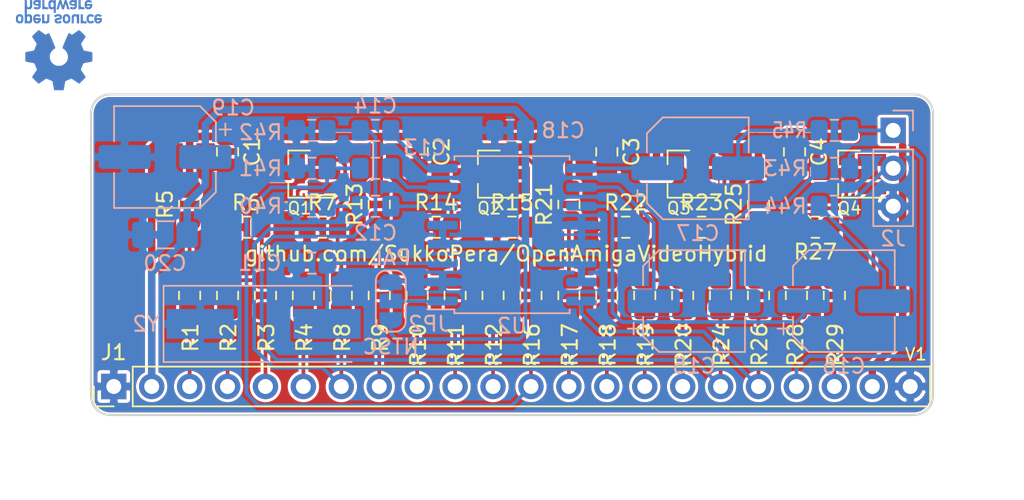
<source format=kicad_pcb>
(kicad_pcb (version 20171130) (host pcbnew 5.1.5)
  (title_block (title OpenAmigaVideoHybrid) (date 2018-07-20) (rev 1) (company SukkoPera))
  (layers (0 F.Cu mixed hide) (31 B.Cu mixed) (36 B.SilkS user) (37 F.SilkS user hide) (38 B.Mask user) (39 F.Mask user hide) (44 Edge.Cuts user))
  (net 0 "")
  (net 1 GND)
  (net 2 /dr3)
  (net 3 /dr2)
  (net 4 /dr1)
  (net 5 /dr0)
  (net 6 /red)
  (net 7 /dg3)
  (net 8 /dg2)
  (net 9 /dg1)
  (net 10 /dg0)
  (net 11 /green)
  (net 12 /db3)
  (net 13 /db2)
  (net 14 /db1)
  (net 15 /db0)
  (net 16 /blue)
  (net 17 /csync)
  (net 18 /comp)
  (net 19 /sync)
  (net 20 "Net-(Q1-Pad1)")
  (net 21 "Net-(Q1-Pad2)")
  (net 22 "Net-(Q2-Pad1)")
  (net 23 "Net-(Q2-Pad2)")
  (net 24 "Net-(Q3-Pad1)")
  (net 25 "Net-(Q3-Pad2)")
  (net 26 "Net-(Q4-Pad1)")
  (net 27 "Net-(Q4-Pad2)")
  (net 28 VAA)
  (net 29 "Net-(C11-Pad1)")
  (net 30 "Net-(C12-Pad1)")
  (net 31 "Net-(C13-Pad1)")
  (net 32 "Net-(C14-Pad1)")
  (net 33 /composite)
  (net 34 "Net-(C15-Pad2)")
  (net 35 /luma)
  (net 36 "Net-(C16-Pad2)")
  (net 37 "Net-(C17-Pad2)")
  (net 38 /chroma)
  (net 39 "Net-(J2-Pad1)")
  (net 40 "Net-(J2-Pad2)")
  (net 41 "Net-(JP2-Pad2)")
  (module OpenAmigaVideoHybrid:2N3904_2N3906_SOT-23 (layer F.Cu) (at 131.826 110.236 180)
    (fp_text reference Q1 (at 0 -2.286) (layer F.SilkS) (effects (font (size 0.8 0.8) (thickness 0.12))))
    (fp_text value 2N3904)
    (pad 2 smd rect (at -1.5 -0.95 180) (size 1.9 0.8) (layers F.Cu F.Mask) (net 21 "Net-(Q1-Pad2)"))
    (pad 1 smd rect (at -1.5 0.95 180) (size 1.9 0.8) (layers F.Cu F.Mask) (net 20 "Net-(Q1-Pad1)"))
    (pad 3 smd rect (at 1.5 0 180) (size 1.9 0.8) (layers F.Cu F.Mask) (net 28 VAA))
  )
  (module OpenAmigaVideoHybrid:2N3904_2N3906_SOT-23 (layer F.Cu) (at 144.526 110.236 180)
    (fp_text reference Q2 (at 0 -2.286) (layer F.SilkS) (effects (font (size 0.8 0.8) (thickness 0.12))))
    (fp_text value 2N3904)
    (pad 2 smd rect (at -1.5 -0.95 180) (size 1.9 0.8) (layers F.Cu F.Mask) (net 23 "Net-(Q2-Pad2)"))
    (pad 1 smd rect (at -1.5 0.95 180) (size 1.9 0.8) (layers F.Cu F.Mask) (net 22 "Net-(Q2-Pad1)"))
    (pad 3 smd rect (at 1.5 0 180) (size 1.9 0.8) (layers F.Cu F.Mask) (net 28 VAA))
  )
  (module OpenAmigaVideoHybrid:2N3904_2N3906_SOT-23 (layer F.Cu) (at 157.226 110.236 180)
    (fp_text reference Q3 (at 0 -2.286) (layer F.SilkS) (effects (font (size 0.8 0.8) (thickness 0.12))))
    (fp_text value 2N3904)
    (pad 2 smd rect (at -1.5 -0.95 180) (size 1.9 0.8) (layers F.Cu F.Mask) (net 25 "Net-(Q3-Pad2)"))
    (pad 1 smd rect (at -1.5 0.95 180) (size 1.9 0.8) (layers F.Cu F.Mask) (net 24 "Net-(Q3-Pad1)"))
    (pad 3 smd rect (at 1.5 0 180) (size 1.9 0.8) (layers F.Cu F.Mask) (net 28 VAA))
  )
  (module OpenAmigaVideoHybrid:2N3904_2N3906_SOT-23 (layer F.Cu) (at 168.656 110.236 180)
    (fp_text reference Q4 (at 0 -2.286) (layer F.SilkS) (effects (font (size 0.8 0.8) (thickness 0.12))))
    (fp_text value 2N3904)
    (pad 2 smd rect (at -1.5 -0.95 180) (size 1.9 0.8) (layers F.Cu F.Mask) (net 27 "Net-(Q4-Pad2)"))
    (pad 1 smd rect (at -1.5 0.95 180) (size 1.9 0.8) (layers F.Cu F.Mask) (net 26 "Net-(Q4-Pad1)"))
    (pad 3 smd rect (at 1.5 0 180) (size 1.9 0.8) (layers F.Cu F.Mask) (net 28 VAA))
  )
  (module Capacitor_SMD:C_0805_2012Metric_Pad1.15x1.40mm_HandSolder (layer F.Cu) (at 127 108.745 270)
    (fp_text reference C1 (at 0 -1.65 270) (layer F.SilkS))
    (fp_text value 100n)
    (pad 2 smd roundrect (at 1.025 0 270) (size 1.15 1.4) (layers F.Cu F.Paste F.Mask) (roundrect_rratio 0.217391) (net 1 GND))
    (pad 1 smd roundrect (at -1.025 0 270) (size 1.15 1.4) (layers F.Cu F.Paste F.Mask) (roundrect_rratio 0.217391) (net 28 VAA))
  )
  (module Capacitor_SMD:C_0805_2012Metric_Pad1.15x1.40mm_HandSolder (layer F.Cu) (at 139.7 108.745 270)
    (fp_text reference C2 (at 0 -1.65 270) (layer F.SilkS))
    (fp_text value 100n)
    (pad 1 smd roundrect (at -1.025 0 270) (size 1.15 1.4) (layers F.Cu F.Paste F.Mask) (roundrect_rratio 0.217391) (net 28 VAA))
    (pad 2 smd roundrect (at 1.025 0 270) (size 1.15 1.4) (layers F.Cu F.Paste F.Mask) (roundrect_rratio 0.217391) (net 1 GND))
  )
  (module Capacitor_SMD:C_0805_2012Metric_Pad1.15x1.40mm_HandSolder (layer F.Cu) (at 152.4 108.745 270)
    (fp_text reference C3 (at 0 -1.65 270) (layer F.SilkS))
    (fp_text value 100n)
    (pad 2 smd roundrect (at 1.025 0 270) (size 1.15 1.4) (layers F.Cu F.Paste F.Mask) (roundrect_rratio 0.217391) (net 1 GND))
    (pad 1 smd roundrect (at -1.025 0 270) (size 1.15 1.4) (layers F.Cu F.Paste F.Mask) (roundrect_rratio 0.217391) (net 28 VAA))
  )
  (module Capacitor_SMD:C_0805_2012Metric_Pad1.15x1.40mm_HandSolder (layer F.Cu) (at 164.973 108.745 270)
    (fp_text reference C4 (at 0 -1.65 270) (layer F.SilkS))
    (fp_text value 100n)
    (pad 2 smd roundrect (at 1.025 0 270) (size 1.15 1.4) (layers F.Cu F.Paste F.Mask) (roundrect_rratio 0.217391) (net 1 GND))
    (pad 1 smd roundrect (at -1.025 0 270) (size 1.15 1.4) (layers F.Cu F.Paste F.Mask) (roundrect_rratio 0.217391) (net 28 VAA))
  )
  (module Connector_PinHeader_2.54mm:PinHeader_1x22_P2.54mm_Vertical (layer F.Cu) (at 119.38 124.46 90)
    (fp_text reference J1 (at 2.286 0 -180) (layer F.SilkS))
    (fp_text value CONN_MAINBOARD)
    (pad 22 thru_hole oval (at 0 53.34 90) (size 1.7 1.7) (drill 1) (layers *.Cu *.Mask) (net 1 GND))
    (pad 21 thru_hole oval (at 0 50.8 90) (size 1.7 1.7) (drill 1) (layers *.Cu *.Mask) (net 28 VAA))
    (pad 20 thru_hole oval (at 0 48.26 90) (size 1.7 1.7) (drill 1) (layers *.Cu *.Mask) (net 19 /sync))
    (pad 19 thru_hole oval (at 0 45.72 90) (size 1.7 1.7) (drill 1) (layers *.Cu *.Mask) (net 18 /comp))
    (pad 18 thru_hole oval (at 0 43.18 90) (size 1.7 1.7) (drill 1) (layers *.Cu *.Mask) (net 17 /csync))
    (pad 17 thru_hole oval (at 0 40.64 90) (size 1.7 1.7) (drill 1) (layers *.Cu *.Mask) (net 16 /blue))
    (pad 16 thru_hole oval (at 0 38.1 90) (size 1.7 1.7) (drill 1) (layers *.Cu *.Mask) (net 15 /db0))
    (pad 15 thru_hole oval (at 0 35.56 90) (size 1.7 1.7) (drill 1) (layers *.Cu *.Mask) (net 14 /db1))
    (pad 14 thru_hole oval (at 0 33.02 90) (size 1.7 1.7) (drill 1) (layers *.Cu *.Mask) (net 13 /db2))
    (pad 13 thru_hole oval (at 0 30.48 90) (size 1.7 1.7) (drill 1) (layers *.Cu *.Mask) (net 12 /db3))
    (pad 12 thru_hole oval (at 0 27.94 90) (size 1.7 1.7) (drill 1) (layers *.Cu *.Mask) (net 11 /green))
    (pad 11 thru_hole oval (at 0 25.4 90) (size 1.7 1.7) (drill 1) (layers *.Cu *.Mask) (net 10 /dg0))
    (pad 10 thru_hole oval (at 0 22.86 90) (size 1.7 1.7) (drill 1) (layers *.Cu *.Mask) (net 9 /dg1))
    (pad 9 thru_hole oval (at 0 20.32 90) (size 1.7 1.7) (drill 1) (layers *.Cu *.Mask) (net 8 /dg2))
    (pad 8 thru_hole oval (at 0 17.78 90) (size 1.7 1.7) (drill 1) (layers *.Cu *.Mask) (net 7 /dg3))
    (pad 7 thru_hole oval (at 0 15.24 90) (size 1.7 1.7) (drill 1) (layers *.Cu *.Mask) (net 6 /red))
    (pad 6 thru_hole oval (at 0 12.7 90) (size 1.7 1.7) (drill 1) (layers *.Cu *.Mask) (net 5 /dr0))
    (pad 5 thru_hole oval (at 0 10.16 90) (size 1.7 1.7) (drill 1) (layers *.Cu *.Mask) (net 4 /dr1))
    (pad 4 thru_hole oval (at 0 7.62 90) (size 1.7 1.7) (drill 1) (layers *.Cu *.Mask) (net 3 /dr2))
    (pad 3 thru_hole oval (at 0 5.08 90) (size 1.7 1.7) (drill 1) (layers *.Cu *.Mask) (net 2 /dr3))
    (pad 2 thru_hole oval (at 0 2.54 90) (size 1.7 1.7) (drill 1) (layers *.Cu *.Mask) (net 28 VAA))
    (pad 1 thru_hole rect (at 0 0 90) (size 1.7 1.7) (drill 1) (layers *.Cu *.Mask) (net 1 GND))
  )
  (module Resistor_SMD:R_0805_2012Metric_Pad1.15x1.40mm_HandSolder (layer F.Cu) (at 124.46 118.364 270)
    (fp_text reference R1 (at 2.82581 -0.0675 270) (layer F.SilkS))
    (fp_text value 1k)
    (pad 2 smd roundrect (at 1.025 0 270) (size 1.15 1.4) (layers F.Cu F.Paste F.Mask) (roundrect_rratio 0.217391) (net 2 /dr3))
    (pad 1 smd roundrect (at -1.025 0 270) (size 1.15 1.4) (layers F.Cu F.Paste F.Mask) (roundrect_rratio 0.217391) (net 21 "Net-(Q1-Pad2)"))
  )
  (module Resistor_SMD:R_0805_2012Metric_Pad1.15x1.40mm_HandSolder (layer F.Cu) (at 127 118.364 270)
    (fp_text reference R2 (at 2.82581 -0.0675 270) (layer F.SilkS))
    (fp_text value 2k)
    (pad 1 smd roundrect (at -1.025 0 270) (size 1.15 1.4) (layers F.Cu F.Paste F.Mask) (roundrect_rratio 0.217391) (net 21 "Net-(Q1-Pad2)"))
    (pad 2 smd roundrect (at 1.025 0 270) (size 1.15 1.4) (layers F.Cu F.Paste F.Mask) (roundrect_rratio 0.217391) (net 3 /dr2))
  )
  (module Resistor_SMD:R_0805_2012Metric_Pad1.15x1.40mm_HandSolder (layer F.Cu) (at 129.54 118.364 270)
    (fp_text reference R3 (at 2.82581 -0.0675 270) (layer F.SilkS))
    (fp_text value 4k)
    (pad 1 smd roundrect (at -1.025 0 270) (size 1.15 1.4) (layers F.Cu F.Paste F.Mask) (roundrect_rratio 0.217391) (net 21 "Net-(Q1-Pad2)"))
    (pad 2 smd roundrect (at 1.025 0 270) (size 1.15 1.4) (layers F.Cu F.Paste F.Mask) (roundrect_rratio 0.217391) (net 4 /dr1))
  )
  (module Resistor_SMD:R_0805_2012Metric_Pad1.15x1.40mm_HandSolder (layer F.Cu) (at 132.08 118.364 270)
    (fp_text reference R4 (at 2.82581 -0.0675 270) (layer F.SilkS))
    (fp_text value 8k)
    (pad 2 smd roundrect (at 1.025 0 270) (size 1.15 1.4) (layers F.Cu F.Paste F.Mask) (roundrect_rratio 0.217391) (net 5 /dr0))
    (pad 1 smd roundrect (at -1.025 0 270) (size 1.15 1.4) (layers F.Cu F.Paste F.Mask) (roundrect_rratio 0.217391) (net 21 "Net-(Q1-Pad2)"))
  )
  (module Resistor_SMD:R_0805_2012Metric_Pad1.15x1.40mm_HandSolder (layer F.Cu) (at 124.46 112.268 90)
    (fp_text reference R5 (at 0 -1.65 270) (layer F.SilkS))
    (fp_text value 470)
    (pad 2 smd roundrect (at 1.025 0 90) (size 1.15 1.4) (layers F.Cu F.Paste F.Mask) (roundrect_rratio 0.217391) (net 28 VAA))
    (pad 1 smd roundrect (at -1.025 0 90) (size 1.15 1.4) (layers F.Cu F.Paste F.Mask) (roundrect_rratio 0.217391) (net 21 "Net-(Q1-Pad2)"))
  )
  (module Resistor_SMD:R_0805_2012Metric_Pad1.15x1.40mm_HandSolder (layer F.Cu) (at 128.27 113.792)
    (fp_text reference R6 (at 0 -1.65) (layer F.SilkS))
    (fp_text value 390)
    (pad 1 smd roundrect (at -1.025 0) (size 1.15 1.4) (layers F.Cu F.Paste F.Mask) (roundrect_rratio 0.217391) (net 1 GND))
    (pad 2 smd roundrect (at 1.025 0) (size 1.15 1.4) (layers F.Cu F.Paste F.Mask) (roundrect_rratio 0.217391) (net 21 "Net-(Q1-Pad2)"))
  )
  (module Resistor_SMD:R_0805_2012Metric_Pad1.15x1.40mm_HandSolder (layer F.Cu) (at 133.35 113.792)
    (fp_text reference R7 (at 0 -1.65) (layer F.SilkS))
    (fp_text value 75)
    (pad 2 smd roundrect (at 1.025 0) (size 1.15 1.4) (layers F.Cu F.Paste F.Mask) (roundrect_rratio 0.217391) (net 20 "Net-(Q1-Pad1)"))
    (pad 1 smd roundrect (at -1.025 0) (size 1.15 1.4) (layers F.Cu F.Paste F.Mask) (roundrect_rratio 0.217391) (net 1 GND))
  )
  (module Resistor_SMD:R_0805_2012Metric_Pad1.15x1.40mm_HandSolder (layer F.Cu) (at 134.62 118.364 90)
    (fp_text reference R8 (at -2.82581 0.0675 270) (layer F.SilkS))
    (fp_text value 75)
    (pad 1 smd roundrect (at -1.025 0 90) (size 1.15 1.4) (layers F.Cu F.Paste F.Mask) (roundrect_rratio 0.217391) (net 6 /red))
    (pad 2 smd roundrect (at 1.025 0 90) (size 1.15 1.4) (layers F.Cu F.Paste F.Mask) (roundrect_rratio 0.217391) (net 20 "Net-(Q1-Pad1)"))
  )
  (module Resistor_SMD:R_0805_2012Metric_Pad1.15x1.40mm_HandSolder (layer F.Cu) (at 137.16 118.364 270)
    (fp_text reference R9 (at 2.82581 -0.0675 270) (layer F.SilkS))
    (fp_text value 1k)
    (pad 2 smd roundrect (at 1.025 0 270) (size 1.15 1.4) (layers F.Cu F.Paste F.Mask) (roundrect_rratio 0.217391) (net 7 /dg3))
    (pad 1 smd roundrect (at -1.025 0 270) (size 1.15 1.4) (layers F.Cu F.Paste F.Mask) (roundrect_rratio 0.217391) (net 23 "Net-(Q2-Pad2)"))
  )
  (module Resistor_SMD:R_0805_2012Metric_Pad1.15x1.40mm_HandSolder (layer F.Cu) (at 139.7 118.364 270)
    (fp_text reference R10 (at 3.302 -0.0675 270) (layer F.SilkS))
    (fp_text value 2k)
    (pad 1 smd roundrect (at -1.025 0 270) (size 1.15 1.4) (layers F.Cu F.Paste F.Mask) (roundrect_rratio 0.217391) (net 23 "Net-(Q2-Pad2)"))
    (pad 2 smd roundrect (at 1.025 0 270) (size 1.15 1.4) (layers F.Cu F.Paste F.Mask) (roundrect_rratio 0.217391) (net 8 /dg2))
  )
  (module Resistor_SMD:R_0805_2012Metric_Pad1.15x1.40mm_HandSolder (layer F.Cu) (at 142.24 118.364 270)
    (fp_text reference R11 (at 3.302 -0.0675 270) (layer F.SilkS))
    (fp_text value 4k)
    (pad 1 smd roundrect (at -1.025 0 270) (size 1.15 1.4) (layers F.Cu F.Paste F.Mask) (roundrect_rratio 0.217391) (net 23 "Net-(Q2-Pad2)"))
    (pad 2 smd roundrect (at 1.025 0 270) (size 1.15 1.4) (layers F.Cu F.Paste F.Mask) (roundrect_rratio 0.217391) (net 9 /dg1))
  )
  (module Resistor_SMD:R_0805_2012Metric_Pad1.15x1.40mm_HandSolder (layer F.Cu) (at 144.78 118.364 270)
    (fp_text reference R12 (at 3.302 -0.0675 270) (layer F.SilkS))
    (fp_text value 8k)
    (pad 2 smd roundrect (at 1.025 0 270) (size 1.15 1.4) (layers F.Cu F.Paste F.Mask) (roundrect_rratio 0.217391) (net 10 /dg0))
    (pad 1 smd roundrect (at -1.025 0 270) (size 1.15 1.4) (layers F.Cu F.Paste F.Mask) (roundrect_rratio 0.217391) (net 23 "Net-(Q2-Pad2)"))
  )
  (module Resistor_SMD:R_0805_2012Metric_Pad1.15x1.40mm_HandSolder (layer F.Cu) (at 137.16 112.268 90)
    (fp_text reference R13 (at 0 -1.65 270) (layer F.SilkS))
    (fp_text value 470)
    (pad 1 smd roundrect (at -1.025 0 90) (size 1.15 1.4) (layers F.Cu F.Paste F.Mask) (roundrect_rratio 0.217391) (net 23 "Net-(Q2-Pad2)"))
    (pad 2 smd roundrect (at 1.025 0 90) (size 1.15 1.4) (layers F.Cu F.Paste F.Mask) (roundrect_rratio 0.217391) (net 28 VAA))
  )
  (module Resistor_SMD:R_0805_2012Metric_Pad1.15x1.40mm_HandSolder (layer F.Cu) (at 140.97 113.792)
    (fp_text reference R14 (at 0 -1.65) (layer F.SilkS))
    (fp_text value 390)
    (pad 2 smd roundrect (at 1.025 0) (size 1.15 1.4) (layers F.Cu F.Paste F.Mask) (roundrect_rratio 0.217391) (net 23 "Net-(Q2-Pad2)"))
    (pad 1 smd roundrect (at -1.025 0) (size 1.15 1.4) (layers F.Cu F.Paste F.Mask) (roundrect_rratio 0.217391) (net 1 GND))
  )
  (module Resistor_SMD:R_0805_2012Metric_Pad1.15x1.40mm_HandSolder (layer F.Cu) (at 146.05 113.792)
    (fp_text reference R15 (at 0 -1.65) (layer F.SilkS))
    (fp_text value 75)
    (pad 1 smd roundrect (at -1.025 0) (size 1.15 1.4) (layers F.Cu F.Paste F.Mask) (roundrect_rratio 0.217391) (net 1 GND))
    (pad 2 smd roundrect (at 1.025 0) (size 1.15 1.4) (layers F.Cu F.Paste F.Mask) (roundrect_rratio 0.217391) (net 22 "Net-(Q2-Pad1)"))
  )
  (module Resistor_SMD:R_0805_2012Metric_Pad1.15x1.40mm_HandSolder (layer F.Cu) (at 147.32 118.364 90)
    (fp_text reference R16 (at -3.302 0.0675 270) (layer F.SilkS))
    (fp_text value 75)
    (pad 2 smd roundrect (at 1.025 0 90) (size 1.15 1.4) (layers F.Cu F.Paste F.Mask) (roundrect_rratio 0.217391) (net 22 "Net-(Q2-Pad1)"))
    (pad 1 smd roundrect (at -1.025 0 90) (size 1.15 1.4) (layers F.Cu F.Paste F.Mask) (roundrect_rratio 0.217391) (net 11 /green))
  )
  (module Resistor_SMD:R_0805_2012Metric_Pad1.15x1.40mm_HandSolder (layer F.Cu) (at 149.86 118.364 270)
    (fp_text reference R17 (at 3.302 -0.0675 270) (layer F.SilkS))
    (fp_text value 1k)
    (pad 2 smd roundrect (at 1.025 0 270) (size 1.15 1.4) (layers F.Cu F.Paste F.Mask) (roundrect_rratio 0.217391) (net 12 /db3))
    (pad 1 smd roundrect (at -1.025 0 270) (size 1.15 1.4) (layers F.Cu F.Paste F.Mask) (roundrect_rratio 0.217391) (net 25 "Net-(Q3-Pad2)"))
  )
  (module Resistor_SMD:R_0805_2012Metric_Pad1.15x1.40mm_HandSolder (layer F.Cu) (at 152.4 118.364 270)
    (fp_text reference R18 (at 3.302 -0.0675 270) (layer F.SilkS))
    (fp_text value 2k)
    (pad 1 smd roundrect (at -1.025 0 270) (size 1.15 1.4) (layers F.Cu F.Paste F.Mask) (roundrect_rratio 0.217391) (net 25 "Net-(Q3-Pad2)"))
    (pad 2 smd roundrect (at 1.025 0 270) (size 1.15 1.4) (layers F.Cu F.Paste F.Mask) (roundrect_rratio 0.217391) (net 13 /db2))
  )
  (module Resistor_SMD:R_0805_2012Metric_Pad1.15x1.40mm_HandSolder (layer F.Cu) (at 154.94 118.364 270)
    (fp_text reference R19 (at 3.302 -0.0675 270) (layer F.SilkS))
    (fp_text value 4k)
    (pad 2 smd roundrect (at 1.025 0 270) (size 1.15 1.4) (layers F.Cu F.Paste F.Mask) (roundrect_rratio 0.217391) (net 14 /db1))
    (pad 1 smd roundrect (at -1.025 0 270) (size 1.15 1.4) (layers F.Cu F.Paste F.Mask) (roundrect_rratio 0.217391) (net 25 "Net-(Q3-Pad2)"))
  )
  (module Resistor_SMD:R_0805_2012Metric_Pad1.15x1.40mm_HandSolder (layer F.Cu) (at 157.48 118.364 270)
    (fp_text reference R20 (at 3.302 -0.0675 270) (layer F.SilkS))
    (fp_text value 8k)
    (pad 2 smd roundrect (at 1.025 0 270) (size 1.15 1.4) (layers F.Cu F.Paste F.Mask) (roundrect_rratio 0.217391) (net 15 /db0))
    (pad 1 smd roundrect (at -1.025 0 270) (size 1.15 1.4) (layers F.Cu F.Paste F.Mask) (roundrect_rratio 0.217391) (net 25 "Net-(Q3-Pad2)"))
  )
  (module Resistor_SMD:R_0805_2012Metric_Pad1.15x1.40mm_HandSolder (layer F.Cu) (at 149.86 112.268 90)
    (fp_text reference R21 (at 0 -1.65 270) (layer F.SilkS))
    (fp_text value 470)
    (pad 2 smd roundrect (at 1.025 0 90) (size 1.15 1.4) (layers F.Cu F.Paste F.Mask) (roundrect_rratio 0.217391) (net 28 VAA))
    (pad 1 smd roundrect (at -1.025 0 90) (size 1.15 1.4) (layers F.Cu F.Paste F.Mask) (roundrect_rratio 0.217391) (net 25 "Net-(Q3-Pad2)"))
  )
  (module Resistor_SMD:R_0805_2012Metric_Pad1.15x1.40mm_HandSolder (layer F.Cu) (at 153.67 113.792)
    (fp_text reference R22 (at 0 -1.65) (layer F.SilkS))
    (fp_text value 390)
    (pad 1 smd roundrect (at -1.025 0) (size 1.15 1.4) (layers F.Cu F.Paste F.Mask) (roundrect_rratio 0.217391) (net 1 GND))
    (pad 2 smd roundrect (at 1.025 0) (size 1.15 1.4) (layers F.Cu F.Paste F.Mask) (roundrect_rratio 0.217391) (net 25 "Net-(Q3-Pad2)"))
  )
  (module Resistor_SMD:R_0805_2012Metric_Pad1.15x1.40mm_HandSolder (layer F.Cu) (at 158.75 113.792)
    (fp_text reference R23 (at 0 -1.65) (layer F.SilkS))
    (fp_text value 75)
    (pad 1 smd roundrect (at -1.025 0) (size 1.15 1.4) (layers F.Cu F.Paste F.Mask) (roundrect_rratio 0.217391) (net 1 GND))
    (pad 2 smd roundrect (at 1.025 0) (size 1.15 1.4) (layers F.Cu F.Paste F.Mask) (roundrect_rratio 0.217391) (net 24 "Net-(Q3-Pad1)"))
  )
  (module Resistor_SMD:R_0805_2012Metric_Pad1.15x1.40mm_HandSolder (layer F.Cu) (at 160.02 118.364 90)
    (fp_text reference R24 (at -3.302 0.0675 270) (layer F.SilkS))
    (fp_text value 75)
    (pad 1 smd roundrect (at -1.025 0 90) (size 1.15 1.4) (layers F.Cu F.Paste F.Mask) (roundrect_rratio 0.217391) (net 16 /blue))
    (pad 2 smd roundrect (at 1.025 0 90) (size 1.15 1.4) (layers F.Cu F.Paste F.Mask) (roundrect_rratio 0.217391) (net 24 "Net-(Q3-Pad1)"))
  )
  (module Resistor_SMD:R_0805_2012Metric_Pad1.15x1.40mm_HandSolder (layer F.Cu) (at 162.56 112.268 90)
    (fp_text reference R25 (at 0 -1.65 270) (layer F.SilkS))
    (fp_text value 1k)
    (pad 1 smd roundrect (at -1.025 0 90) (size 1.15 1.4) (layers F.Cu F.Paste F.Mask) (roundrect_rratio 0.217391) (net 27 "Net-(Q4-Pad2)"))
    (pad 2 smd roundrect (at 1.025 0 90) (size 1.15 1.4) (layers F.Cu F.Paste F.Mask) (roundrect_rratio 0.217391) (net 28 VAA))
  )
  (module Resistor_SMD:R_0805_2012Metric_Pad1.15x1.40mm_HandSolder (layer F.Cu) (at 162.56 118.364 270)
    (fp_text reference R26 (at 3.302 -0.0675 270) (layer F.SilkS))
    (fp_text value 220)
    (pad 2 smd roundrect (at 1.025 0 270) (size 1.15 1.4) (layers F.Cu F.Paste F.Mask) (roundrect_rratio 0.217391) (net 17 /csync))
    (pad 1 smd roundrect (at -1.025 0 270) (size 1.15 1.4) (layers F.Cu F.Paste F.Mask) (roundrect_rratio 0.217391) (net 27 "Net-(Q4-Pad2)"))
  )
  (module Resistor_SMD:R_0805_2012Metric_Pad1.15x1.40mm_HandSolder (layer F.Cu) (at 166.37 113.792 180)
    (fp_text reference R27 (at 0 -1.65) (layer F.SilkS))
    (fp_text value 27k)
    (pad 2 smd roundrect (at 1.025 0 180) (size 1.15 1.4) (layers F.Cu F.Paste F.Mask) (roundrect_rratio 0.217391) (net 27 "Net-(Q4-Pad2)"))
    (pad 1 smd roundrect (at -1.025 0 180) (size 1.15 1.4) (layers F.Cu F.Paste F.Mask) (roundrect_rratio 0.217391) (net 1 GND))
  )
  (module Resistor_SMD:R_0805_2012Metric_Pad1.15x1.40mm_HandSolder (layer F.Cu) (at 165.1 118.364 90)
    (fp_text reference R28 (at -3.302 -0.0675 270) (layer F.SilkS))
    (fp_text value 150)
    (pad 1 smd roundrect (at -1.025 0 90) (size 1.15 1.4) (layers F.Cu F.Paste F.Mask) (roundrect_rratio 0.217391) (net 1 GND))
    (pad 2 smd roundrect (at 1.025 0 90) (size 1.15 1.4) (layers F.Cu F.Paste F.Mask) (roundrect_rratio 0.217391) (net 26 "Net-(Q4-Pad1)"))
  )
  (module Resistor_SMD:R_0805_2012Metric_Pad1.15x1.40mm_HandSolder (layer F.Cu) (at 167.64 118.364 90)
    (fp_text reference R29 (at -3.302 0.0675 270) (layer F.SilkS))
    (fp_text value 75)
    (pad 2 smd roundrect (at 1.025 0 90) (size 1.15 1.4) (layers F.Cu F.Paste F.Mask) (roundrect_rratio 0.217391) (net 26 "Net-(Q4-Pad1)"))
    (pad 1 smd roundrect (at -1.025 0 90) (size 1.15 1.4) (layers F.Cu F.Paste F.Mask) (roundrect_rratio 0.217391) (net 19 /sync))
  )
  (module Symbol:OSHW-Logo_5.7x6mm_Copper (layer B.Cu) (at 115.697 101.6)
    (fp_text reference V0 hide)
    (fp_text value OSHW_LOGO hide)
    (fp_poly (pts (xy -1.908759 -1.469184) (xy -1.882247 -1.482282) (xy -1.849553 -1.505106) (xy -1.825725 -1.529996) (xy -1.809406 -1.561249) (xy -1.79924 -1.603166) (xy -1.793872 -1.660044) (xy -1.791944 -1.736184) (xy -1.791831 -1.768917) (xy -1.792161 -1.840656) (xy -1.793527 -1.891927) (xy -1.7965 -1.927404) (xy -1.801649 -1.951763) (xy -1.809543 -1.96968) (xy -1.817757 -1.981902) (xy -1.870187 -2.033905) (xy -1.93193 -2.065184) (xy -1.998536 -2.074592) (xy -2.065558 -2.06098) (xy -2.086792 -2.051354) (xy -2.137624 -2.024859) (xy -2.137624 -2.440052) (xy -2.100525 -2.420868) (xy -2.051643 -2.406025) (xy -1.991561 -2.402222) (xy -1.931564 -2.409243) (xy -1.886256 -2.425013) (xy -1.848675 -2.455047) (xy -1.816564 -2.498024) (xy -1.81415 -2.502436) (xy -1.803967 -2.523221) (xy -1.79653 -2.54417) (xy -1.791411 -2.569548) (xy -1.788181 -2.603618) (xy -1.786413 -2.650641) (xy -1.785677 -2.714882) (xy -1.785544 -2.787176) (xy -1.785544 -3.017822) (xy -1.923861 -3.017822) (xy -1.923861 -2.592533) (xy -1.962549 -2.559979) (xy -2.002738 -2.53394) (xy -2.040797 -2.529205) (xy -2.079066 -2.541389) (xy -2.099462 -2.55332) (xy -2.114642 -2.570313) (xy -2.125438 -2.595995) (xy -2.132683 -2.633991) (xy -2.137208 -2.687926) (xy -2.139844 -2.761425) (xy -2.140772 -2.810347) (xy -2.143911 -3.011535) (xy -2.209926 -3.015336) (xy -2.27594 -3.019136) (xy -2.27594 -1.77065) (xy -2.137624 -1.77065) (xy -2.134097 -1.840254) (xy -2.122215 -1.888569) (xy -2.10002 -1.918631) (xy -2.065559 -1.933471) (xy -2.030742 -1.936436) (xy -1.991329 -1.933028) (xy -1.965171 -1.919617) (xy -1.948814 -1.901896) (xy -1.935937 -1.882835) (xy -1.928272 -1.861601) (xy -1.924861 -1.831849) (xy -1.924749 -1.787236) (xy -1.925897 -1.74988) (xy -1.928532 -1.693604) (xy -1.932456 -1.656658) (xy -1.939063 -1.633223) (xy -1.949749 -1.61748) (xy -1.959833 -1.60838) (xy -2.00197 -1.588537) (xy -2.05184 -1.585332) (xy -2.080476 -1.592168) (xy -2.108828 -1.616464) (xy -2.127609 -1.663728) (xy -2.136712 -1.733624) (xy -2.137624 -1.77065) (xy -2.27594 -1.77065) (xy -2.27594 -1.458614) (xy -2.206782 -1.458614) (xy -2.16526 -1.460256) (xy -2.143838 -1.466087) (xy -2.137626 -1.477461) (xy -2.137624 -1.477798) (xy -2.134742 -1.488938) (xy -2.12203 -1.487673) (xy -2.096757 -1.475433) (xy -2.037869 -1.456707) (xy -1.971615 -1.454739) (xy -1.908759 -1.469184)) (layer B.Cu) (width 0.01))
    (fp_poly (pts (xy -1.38421 -2.406555) (xy -1.325055 -2.422339) (xy -1.280023 -2.450948) (xy -1.248246 -2.488419) (xy -1.238366 -2.504411) (xy -1.231073 -2.521163) (xy -1.225974 -2.542592) (xy -1.222679 -2.572616) (xy -1.220797 -2.615154) (xy -1.219937 -2.674122) (xy -1.219707 -2.75344) (xy -1.219703 -2.774484) (xy -1.219703 -3.017822) (xy -1.280059 -3.017822) (xy -1.318557 -3.015126) (xy -1.347023 -3.008295) (xy -1.354155 -3.004083) (xy -1.373652 -2.996813) (xy -1.393566 -3.004083) (xy -1.426353 -3.01316) (xy -1.473978 -3.016813) (xy -1.526764 -3.015228) (xy -1.575036 -3.008589) (xy -1.603218 -3.000072) (xy -1.657753 -2.965063) (xy -1.691835 -2.916479) (xy -1.707157 -2.851882) (xy -1.707299 -2.850223) (xy -1.705955 -2.821566) (xy -1.584356 -2.821566) (xy -1.573726 -2.854161) (xy -1.55641 -2.872505) (xy -1.521652 -2.886379) (xy -1.475773 -2.891917) (xy -1.428988 -2.889191) (xy -1.391514 -2.878274) (xy -1.381015 -2.871269) (xy -1.362668 -2.838904) (xy -1.35802 -2.802111) (xy -1.35802 -2.753763) (xy -1.427582 -2.753763) (xy -1.493667 -2.75885) (xy -1.543764 -2.773263) (xy -1.574929 -2.795729) (xy -1.584356 -2.821566) (xy -1.705955 -2.821566) (xy -1.703987 -2.779647) (xy -1.68071 -2.723845) (xy -1.636948 -2.681647) (xy -1.630899 -2.677808) (xy -1.604907 -2.665309) (xy -1.572735 -2.65774) (xy -1.52776 -2.654061) (xy -1.474331 -2.653216) (xy -1.35802 -2.653169) (xy -1.35802 -2.604411) (xy -1.362953 -2.566581) (xy -1.375543 -2.541236) (xy -1.377017 -2.539887) (xy -1.405034 -2.5288) (xy -1.447326 -2.524503) (xy -1.494064 -2.526615) (xy -1.535418 -2.534756) (xy -1.559957 -2.546965) (xy -1.573253 -2.556746) (xy -1.587294 -2.558613) (xy -1.606671 -2.5506) (xy -1.635976 -2.530739) (xy -1.679803 -2.497063) (xy -1.683825 -2.493909) (xy -1.681764 -2.482236) (xy -1.664568 -2.462822) (xy -1.638433 -2.441248) (xy -1.609552 -2.423096) (xy -1.600478 -2.418809) (xy -1.56738 -2.410256) (xy -1.51888 -2.404155) (xy -1.464695 -2.401708) (xy -1.462161 -2.401703) (xy -1.38421 -2.406555)) (layer B.Cu) (width 0.01))
    (fp_poly (pts (xy -0.993356 -2.40302) (xy -0.974539 -2.40866) (xy -0.968473 -2.421053) (xy -0.968218 -2.426647) (xy -0.967129 -2.44223) (xy -0.959632 -2.444676) (xy -0.939381 -2.433993) (xy -0.927351 -2.426694) (xy -0.8894 -2.411063) (xy -0.844072 -2.403334) (xy -0.796544 -2.40274) (xy -0.751995 -2.408513) (xy -0.715602 -2.419884) (xy -0.692543 -2.436088) (xy -0.687996 -2.456355) (xy -0.690291 -2.461843) (xy -0.70702 -2.484626) (xy -0.732963 -2.512647) (xy -0.737655 -2.517177) (xy -0.762383 -2.538005) (xy -0.783718 -2.544735) (xy -0.813555 -2.540038) (xy -0.825508 -2.536917) (xy -0.862705 -2.529421) (xy -0.888859 -2.532792) (xy -0.910946 -2.544681) (xy -0.931178 -2.560635) (xy -0.946079 -2.5807) (xy -0.956434 -2.608702) (xy -0.963029 -2.648467) (xy -0.966649 -2.703823) (xy -0.968078 -2.778594) (xy -0.968218 -2.82374) (xy -0.968218 -3.017822) (xy -1.09396 -3.017822) (xy -1.09396 -2.401683) (xy -1.031089 -2.401683) (xy -0.993356 -2.40302)) (layer B.Cu) (width 0.01))
    (fp_poly (pts (xy -0.201188 -3.017822) (xy -0.270346 -3.017822) (xy -0.310488 -3.016645) (xy -0.331394 -3.011772) (xy -0.338922 -3.001186) (xy -0.339505 -2.994029) (xy -0.340774 -2.979676) (xy -0.348779 -2.976923) (xy -0.369815 -2.985771) (xy -0.386173 -2.994029) (xy -0.448977 -3.013597) (xy -0.517248 -3.014729) (xy -0.572752 -3.000135) (xy -0.624438 -2.964877) (xy -0.663838 -2.912835) (xy -0.685413 -2.85145) (xy -0.685962 -2.848018) (xy -0.689167 -2.810571) (xy -0.690761 -2.756813) (xy -0.690633 -2.716155) (xy -0.553279 -2.716155) (xy -0.550097 -2.770194) (xy -0.542859 -2.814735) (xy -0.53306 -2.839888) (xy -0.495989 -2.87426) (xy -0.451974 -2.886582) (xy -0.406584 -2.876618) (xy -0.367797 -2.846895) (xy -0.353108 -2.826905) (xy -0.344519 -2.80305) (xy -0.340496 -2.76823) (xy -0.339505 -2.71593) (xy -0.341278 -2.664139) (xy -0.345963 -2.618634) (xy -0.352603 -2.588181) (xy -0.35371 -2.585452) (xy -0.380491 -2.553) (xy -0.419579 -2.535183) (xy -0.463315 -2.532306) (xy -0.504038 -2.544674) (xy -0.534087 -2.572593) (xy -0.537204 -2.578148) (xy -0.546961 -2.612022) (xy -0.552277 -2.660728) (xy -0.553279 -2.716155) (xy -0.690633 -2.716155) (xy -0.690568 -2.69554) (xy -0.689664 -2.662563) (xy -0.683514 -2.580981) (xy -0.670733 -2.51973) (xy -0.649471 -2.474449) (xy -0.617878 -2.440779) (xy -0.587207 -2.421014) (xy -0.544354 -2.40712) (xy -0.491056 -2.402354) (xy -0.43648 -2.406236) (xy -0.389792 -2.418282) (xy -0.365124 -2.432693) (xy -0.339505 -2.455878) (xy -0.339505 -2.162773) (xy -0.201188 -2.162773) (xy -0.201188 -3.017822)) (layer B.Cu) (width 0.01))
    (fp_poly (pts (xy 0.281524 -2.404237) (xy 0.331255 -2.407971) (xy 0.461291 -2.797773) (xy 0.481678 -2.728614) (xy 0.493946 -2.685874) (xy 0.510085 -2.628115) (xy 0.527512 -2.564625) (xy 0.536726 -2.53057) (xy 0.571388 -2.401683) (xy 0.714391 -2.401683) (xy 0.671646 -2.536857) (xy 0.650596 -2.603342) (xy 0.625167 -2.683539) (xy 0.59861 -2.767193) (xy 0.574902 -2.841782) (xy 0.520902 -3.011535) (xy 0.462598 -3.015328) (xy 0.404295 -3.019122) (xy 0.372679 -2.914734) (xy 0.353182 -2.849889) (xy 0.331904 -2.7784) (xy 0.313308 -2.715263) (xy 0.312574 -2.71275) (xy 0.298684 -2.669969) (xy 0.286429 -2.640779) (xy 0.277846 -2.629741) (xy 0.276082 -2.631018) (xy 0.269891 -2.64813) (xy 0.258128 -2.684787) (xy 0.242225 -2.736378) (xy 0.223614 -2.798294) (xy 0.213543 -2.832352) (xy 0.159007 -3.017822) (xy 0.043264 -3.017822) (xy -0.049263 -2.725471) (xy -0.075256 -2.643462) (xy -0.098934 -2.568987) (xy -0.11918 -2.505544) (xy -0.134874 -2.456632) (xy -0.144898 -2.425749) (xy -0.147945 -2.416726) (xy -0.145533 -2.407487) (xy -0.126592 -2.403441) (xy -0.087177 -2.403846) (xy -0.081007 -2.404152) (xy -0.007914 -2.407971) (xy 0.039957 -2.58401) (xy 0.057553 -2.648211) (xy 0.073277 -2.704649) (xy 0.085746 -2.748422) (xy 0.093574 -2.77463) (xy 0.09502 -2.778903) (xy 0.101014 -2.77399) (xy 0.113101 -2.748532) (xy 0.129893 -2.705997) (xy 0.150003 -2.64985) (xy 0.167003 -2.59913) (xy 0.231794 -2.400504) (xy 0.281524 -2.404237)) (layer B.Cu) (width 0.01))
    (fp_poly (pts (xy 1.038411 -2.405417) (xy 1.091411 -2.41829) (xy 1.106731 -2.42511) (xy 1.136428 -2.442974) (xy 1.15922 -2.463093) (xy 1.176083 -2.488962) (xy 1.187998 -2.524073) (xy 1.195942 -2.57192) (xy 1.200894 -2.635996) (xy 1.203831 -2.719794) (xy 1.204947 -2.775768) (xy 1.209052 -3.017822) (xy 1.138932 -3.017822) (xy 1.096393 -3.016038) (xy 1.074476 -3.009942) (xy 1.068812 -2.999706) (xy 1.065821 -2.988637) (xy 1.052451 -2.990754) (xy 1.034233 -2.999629) (xy 0.988624 -3.013233) (xy 0.930007 -3.016899) (xy 0.868354 -3.010903) (xy 0.813638 -2.995521) (xy 0.80873 -2.993386) (xy 0.758723 -2.958255) (xy 0.725756 -2.909419) (xy 0.710587 -2.852333) (xy 0.711746 -2.831824) (xy 0.835508 -2.831824) (xy 0.846413 -2.859425) (xy 0.878745 -2.879204) (xy 0.93091 -2.889819) (xy 0.958787 -2.891228) (xy 1.005247 -2.88762) (xy 1.036129 -2.873597) (xy 1.043664 -2.866931) (xy 1.064076 -2.830666) (xy 1.068812 -2.797773) (xy 1.068812 -2.753763) (xy 1.007513 -2.753763) (xy 0.936256 -2.757395) (xy 0.886276 -2.768818) (xy 0.854696 -2.788824) (xy 0.847626 -2.797743) (xy 0.835508 -2.831824) (xy 0.711746 -2.831824) (xy 0.713971 -2.792456) (xy 0.736663 -2.735244) (xy 0.767624 -2.69658) (xy 0.786376 -2.679864) (xy 0.804733 -2.668878) (xy 0.828619 -2.66218) (xy 0.863957 -2.658326) (xy 0.916669 -2.655873) (xy 0.937577 -2.655168) (xy 1.068812 -2.650879) (xy 1.06862 -2.611158) (xy 1.063537 -2.569405) (xy 1.045162 -2.544158) (xy 1.008039 -2.52803) (xy 1.007043 -2.527742) (xy 0.95441 -2.5214) (xy 0.902906 -2.529684) (xy 0.86463 -2.549827) (xy 0.849272 -2.559773) (xy 0.83273 -2.558397) (xy 0.807275 -2.543987) (xy 0.792328 -2.533817) (xy 0.763091 -2.512088) (xy 0.74498 -2.4958) (xy 0.742074 -2.491137) (xy 0.75404 -2.467005) (xy 0.789396 -2.438185) (xy 0.804753 -2.428461) (xy 0.848901 -2.411714) (xy 0.908398 -2.402227) (xy 0.974487 -2.400095) (xy 1.038411 -2.405417)) (layer B.Cu) (width 0.01))
    (fp_poly (pts (xy 1.635255 -2.401486) (xy 1.683595 -2.411015) (xy 1.711114 -2.425125) (xy 1.740064 -2.448568) (xy 1.698876 -2.500571) (xy 1.673482 -2.532064) (xy 1.656238 -2.547428) (xy 1.639102 -2.549776) (xy 1.614027 -2.542217) (xy 1.602257 -2.537941) (xy 1.55427 -2.531631) (xy 1.510324 -2.545156) (xy 1.47806 -2.57571) (xy 1.472819 -2.585452) (xy 1.467112 -2.611258) (xy 1.462706 -2.658817) (xy 1.459811 -2.724758) (xy 1.458631 -2.80571) (xy 1.458614 -2.817226) (xy 1.458614 -3.017822) (xy 1.320297 -3.017822) (xy 1.320297 -2.401683) (xy 1.389456 -2.401683) (xy 1.429333 -2.402725) (xy 1.450107 -2.407358) (xy 1.457789 -2.417849) (xy 1.458614 -2.427745) (xy 1.458614 -2.453806) (xy 1.491745 -2.427745) (xy 1.529735 -2.409965) (xy 1.58077 -2.401174) (xy 1.635255 -2.401486)) (layer B.Cu) (width 0.01))
    (fp_poly (pts (xy 2.032581 -2.40497) (xy 2.092685 -2.420597) (xy 2.143021 -2.452848) (xy 2.167393 -2.47694) (xy 2.207345 -2.533895) (xy 2.230242 -2.599965) (xy 2.238108 -2.681182) (xy 2.238148 -2.687748) (xy 2.238218 -2.753763) (xy 1.858264 -2.753763) (xy 1.866363 -2.788342) (xy 1.880987 -2.819659) (xy 1.906581 -2.852291) (xy 1.911935 -2.8575) (xy 1.957943 -2.885694) (xy 2.01041 -2.890475) (xy 2.070803 -2.871926) (xy 2.08104 -2.866931) (xy 2.112439 -2.851745) (xy 2.13347 -2.843094) (xy 2.137139 -2.842293) (xy 2.149948 -2.850063) (xy 2.174378 -2.869072) (xy 2.186779 -2.87946) (xy 2.212476 -2.903321) (xy 2.220915 -2.919077) (xy 2.215058 -2.933571) (xy 2.211928 -2.937534) (xy 2.190725 -2.954879) (xy 2.155738 -2.975959) (xy 2.131337 -2.988265) (xy 2.062072 -3.009946) (xy 1.985388 -3.016971) (xy 1.912765 -3.008647) (xy 1.892426 -3.002686) (xy 1.829476 -2.968952) (xy 1.782815 -2.917045) (xy 1.752173 -2.846459) (xy 1.737282 -2.756692) (xy 1.735647 -2.709753) (xy 1.740421 -2.641413) (xy 1.86099 -2.641413) (xy 1.872652 -2.646465) (xy 1.903998 -2.650429) (xy 1.949571 -2.652768) (xy 1.980446 -2.653169) (xy 2.035981 -2.652783) (xy 2.071033 -2.650975) (xy 2.090262 -2.646773) (xy 2.09833 -2.639203) (xy 2.099901 -2.628218) (xy 2.089121 -2.594381) (xy 2.06198 -2.56094) (xy 2.026277 -2.535272) (xy 1.99056 -2.524772) (xy 1.942048 -2.534086) (xy 1.900053 -2.561013) (xy 1.870936 -2.599827) (xy 1.86099 -2.641413) (xy 1.740421 -2.641413) (xy 1.742599 -2.610236) (xy 1.764055 -2.530949) (xy 1.80047 -2.471263) (xy 1.852297 -2.430549) (xy 1.91999 -2.408179) (xy 1.956662 -2.403871) (xy 2.032581 -2.40497)) (layer B.Cu) (width 0.01))
    (fp_poly (pts (xy -2.538261 -1.465148) (xy -2.472479 -1.494231) (xy -2.42254 -1.542793) (xy -2.388374 -1.610908) (xy -2.369907 -1.698651) (xy -2.368583 -1.712351) (xy -2.367546 -1.808939) (xy -2.380993 -1.893602) (xy -2.408108 -1.962221) (xy -2.422627 -1.984294) (xy -2.473201 -2.031011) (xy -2.537609 -2.061268) (xy -2.609666 -2.073824) (xy -2.683185 -2.067439) (xy -2.739072 -2.047772) (xy -2.787132 -2.014629) (xy -2.826412 -1.971175) (xy -2.827092 -1.970158) (xy -2.843044 -1.943338) (xy -2.85341 -1.916368) (xy -2.859688 -1.882332) (xy -2.863373 -1.83431) (xy -2.864997 -1.794931) (xy -2.865672 -1.759219) (xy -2.739955 -1.759219) (xy -2.738726 -1.79477) (xy -2.734266 -1.842094) (xy -2.726397 -1.872465) (xy -2.712207 -1.894072) (xy -2.698917 -1.906694) (xy -2.651802 -1.933122) (xy -2.602505 -1.936653) (xy -2.556593 -1.917639) (xy -2.533638 -1.896331) (xy -2.517096 -1.874859) (xy -2.507421 -1.854313) (xy -2.503174 -1.827574) (xy -2.50292 -1.787523) (xy -2.504228 -1.750638) (xy -2.507043 -1.697947) (xy -2.511505 -1.663772) (xy -2.519548 -1.64148) (xy -2.533103 -1.624442) (xy -2.543845 -1.614703) (xy -2.588777 -1.589123) (xy -2.637249 -1.587847) (xy -2.677894 -1.602999) (xy -2.712567 -1.634642) (xy -2.733224 -1.68662) (xy -2.739955 -1.759219) (xy -2.865672 -1.759219) (xy -2.866479 -1.716621) (xy -2.863948 -1.658056) (xy -2.856362 -1.614007) (xy -2.842681 -1.579248) (xy -2.821865 -1.548551) (xy -2.814147 -1.539436) (xy -2.765889 -1.494021) (xy -2.714128 -1.467493) (xy -2.650828 -1.456379) (xy -2.619961 -1.455471) (xy -2.538261 -1.465148)) (layer B.Cu) (width 0.01))
    (fp_poly (pts (xy -1.356699 -1.472614) (xy -1.344168 -1.478514) (xy -1.300799 -1.510283) (xy -1.25979 -1.556646) (xy -1.229168 -1.607696) (xy -1.220459 -1.631166) (xy -1.212512 -1.673091) (xy -1.207774 -1.723757) (xy -1.207199 -1.744679) (xy -1.207129 -1.810693) (xy -1.587083 -1.810693) (xy -1.578983 -1.845273) (xy -1.559104 -1.88617) (xy -1.524347 -1.921514) (xy -1.482998 -1.944282) (xy -1.456649 -1.94901) (xy -1.420916 -1.943273) (xy -1.378282 -1.928882) (xy -1.363799 -1.922262) (xy -1.31024 -1.895513) (xy -1.264533 -1.930376) (xy -1.238158 -1.953955) (xy -1.224124 -1.973417) (xy -1.223414 -1.979129) (xy -1.235951 -1.992973) (xy -1.263428 -2.014012) (xy -1.288366 -2.030425) (xy -1.355664 -2.05993) (xy -1.43111 -2.073284) (xy -1.505888 -2.069812) (xy -1.565495 -2.051663) (xy -1.626941 -2.012784) (xy -1.670608 -1.961595) (xy -1.697926 -1.895367) (xy -1.710322 -1.811371) (xy -1.711421 -1.772936) (xy -1.707022 -1.684861) (xy -1.706482 -1.682299) (xy -1.580582 -1.682299) (xy -1.577115 -1.690558) (xy -1.562863 -1.695113) (xy -1.53347 -1.697065) (xy -1.484575 -1.697517) (xy -1.465748 -1.697525) (xy -1.408467 -1.696843) (xy -1.372141 -1.694364) (xy -1.352604 -1.689443) (xy -1.34569 -1.681434) (xy -1.345445 -1.678862) (xy -1.353336 -1.658423) (xy -1.373085 -1.629789) (xy -1.381575 -1.619763) (xy -1.413094 -1.591408) (xy -1.445949 -1.580259) (xy -1.463651 -1.579327) (xy -1.511539 -1.590981) (xy -1.551699 -1.622285) (xy -1.577173 -1.667752) (xy -1.577625 -1.669233) (xy -1.580582 -1.682299) (xy -1.706482 -1.682299) (xy -1.692392 -1.61551) (xy -1.666038 -1.560025) (xy -1.633807 -1.520639) (xy -1.574217 -1.477931) (xy -1.504168 -1.455109) (xy -1.429661 -1.453046) (xy -1.356699 -1.472614)) (layer B.Cu) (width 0.01))
    (fp_poly (pts (xy 0.014017 -1.456452) (xy 0.061634 -1.465482) (xy 0.111034 -1.48437) (xy 0.116312 -1.486777) (xy 0.153774 -1.506476) (xy 0.179717 -1.524781) (xy 0.188103 -1.536508) (xy 0.180117 -1.555632) (xy 0.16072 -1.58385) (xy 0.15211 -1.594384) (xy 0.116628 -1.635847) (xy 0.070885 -1.608858) (xy 0.02735 -1.590878) (xy -0.02295 -1.581267) (xy -0.071188 -1.58066) (xy -0.108533 -1.589691) (xy -0.117495 -1.595327) (xy -0.134563 -1.621171) (xy -0.136637 -1.650941) (xy -0.123866 -1.674197) (xy -0.116312 -1.678708) (xy -0.093675 -1.684309) (xy -0.053885 -1.690892) (xy -0.004834 -1.697183) (xy 0.004215 -1.69817) (xy 0.082996 -1.711798) (xy 0.140136 -1.734946) (xy 0.17803 -1.769752) (xy 0.199079 -1.818354) (xy 0.205635 -1.877718) (xy 0.196577 -1.945198) (xy 0.167164 -1.998188) (xy 0.117278 -2.036783) (xy 0.0468 -2.061081) (xy -0.031435 -2.070667) (xy -0.095234 -2.070552) (xy -0.146984 -2.061845) (xy -0.182327 -2.049825) (xy -0.226983 -2.02888) (xy -0.268253 -2.004574) (xy -0.282921 -1.993876) (xy -0.320643 -1.963084) (xy -0.275148 -1.917049) (xy -0.229653 -1.871013) (xy -0.177928 -1.905243) (xy -0.126048 -1.930952) (xy -0.070649 -1.944399) (xy -0.017395 -1.945818) (xy 0.028049 -1.935443) (xy 0.060016 -1.913507) (xy 0.070338 -1.894998) (xy 0.068789 -1.865314) (xy 0.04314 -1.842615) (xy -0.00654 -1.82694) (xy -0.060969 -1.819695) (xy -0.144736 -1.805873) (xy -0.206967 -1.779796) (xy -0.248493 -1.740699) (xy -0.270147 -1.68782) (xy -0.273147 -1.625126) (xy -0.258329 -1.559642) (xy -0.224546 -1.510144) (xy -0.171495 -1.476408) (xy -0.098874 -1.458207) (xy -0.045072 -1.454639) (xy 0.014017 -1.456452)) (layer B.Cu) (width 0.01))
    (fp_poly (pts (xy 0.610762 -1.466055) (xy 0.674363 -1.500692) (xy 0.724123 -1.555372) (xy 0.747568 -1.599842) (xy 0.757634 -1.639121) (xy 0.764156 -1.695116) (xy 0.766951 -1.759621) (xy 0.765836 -1.824429) (xy 0.760626 -1.881334) (xy 0.754541 -1.911727) (xy 0.734014 -1.953306) (xy 0.698463 -1.997468) (xy 0.655619 -2.036087) (xy 0.613211 -2.061034) (xy 0.612177 -2.06143) (xy 0.559553 -2.072331) (xy 0.497188 -2.072601) (xy 0.437924 -2.062676) (xy 0.41504 -2.054722) (xy 0.356102 -2.0213) (xy 0.31389 -1.977511) (xy 0.286156 -1.919538) (xy 0.270651 -1.843565) (xy 0.267143 -1.803771) (xy 0.26759 -1.753766) (xy 0.402376 -1.753766) (xy 0.406917 -1.826732) (xy 0.419986 -1.882334) (xy 0.440756 -1.917861) (xy 0.455552 -1.92802) (xy 0.493464 -1.935104) (xy 0.538527 -1.933007) (xy 0.577487 -1.922812) (xy 0.587704 -1.917204) (xy 0.614659 -1.884538) (xy 0.632451 -1.834545) (xy 0.640024 -1.773705) (xy 0.636325 -1.708497) (xy 0.628057 -1.669253) (xy 0.60432 -1.623805) (xy 0.566849 -1.595396) (xy 0.52172 -1.585573) (xy 0.475011 -1.595887) (xy 0.439132 -1.621112) (xy 0.420277 -1.641925) (xy 0.409272 -1.662439) (xy 0.404026 -1.690203) (xy 0.402449 -1.732762) (xy 0.402376 -1.753766) (xy 0.26759 -1.753766) (xy 0.268094 -1.69758) (xy 0.285388 -1.610501) (xy 0.319029 -1.54253) (xy 0.369018 -1.493664) (xy 0.435356 -1.463899) (xy 0.449601 -1.460448) (xy 0.53521 -1.452345) (xy 0.610762 -1.466055)) (layer B.Cu) (width 0.01))
    (fp_poly (pts (xy 0.993367 -1.654342) (xy 0.994555 -1.746563) (xy 0.998897 -1.81661) (xy 1.007558 -1.867381) (xy 1.021704 -1.901772) (xy 1.0425 -1.922679) (xy 1.07111 -1.933) (xy 1.106535 -1.935636) (xy 1.143636 -1.932682) (xy 1.171818 -1.921889) (xy 1.192243 -1.90036) (xy 1.206079 -1.865199) (xy 1.214491 -1.81351) (xy 1.218643 -1.742394) (xy 1.219703 -1.654342) (xy 1.219703 -1.458614) (xy 1.35802 -1.458614) (xy 1.35802 -2.062179) (xy 1.288862 -2.062179) (xy 1.24717 -2.060489) (xy 1.225701 -2.054556) (xy 1.219703 -2.043293) (xy 1.216091 -2.033261) (xy 1.201714 -2.035383) (xy 1.172736 -2.04958) (xy 1.106319 -2.07148) (xy 1.035875 -2.069928) (xy 0.968377 -2.046147) (xy 0.936233 -2.027362) (xy 0.911715 -2.007022) (xy 0.893804 -1.981573) (xy 0.881479 -1.947458) (xy 0.873723 -1.901121) (xy 0.869516 -1.839007) (xy 0.86784 -1.757561) (xy 0.867624 -1.694578) (xy 0.867624 -1.458614) (xy 0.993367 -1.458614) (xy 0.993367 -1.654342)) (layer B.Cu) (width 0.01))
    (fp_poly (pts (xy 2.217226 -1.46388) (xy 2.29008 -1.49483) (xy 2.313027 -1.509895) (xy 2.342354 -1.533048) (xy 2.360764 -1.551253) (xy 2.363961 -1.557183) (xy 2.354935 -1.57034) (xy 2.331837 -1.592667) (xy 2.313344 -1.60825) (xy 2.262728 -1.648926) (xy 2.22276 -1.615295) (xy 2.191874 -1.593584) (xy 2.161759 -1.58609) (xy 2.127292 -1.58792) (xy 2.072561 -1.601528) (xy 2.034886 -1.629772) (xy 2.011991 -1.675433) (xy 2.001597 -1.741289) (xy 2.001595 -1.741331) (xy 2.002494 -1.814939) (xy 2.016463 -1.868946) (xy 2.044328 -1.905716) (xy 2.063325 -1.918168) (xy 2.113776 -1.933673) (xy 2.167663 -1.933683) (xy 2.214546 -1.918638) (xy 2.225644 -1.911287) (xy 2.253476 -1.892511) (xy 2.275236 -1.889434) (xy 2.298704 -1.903409) (xy 2.324649 -1.92851) (xy 2.365716 -1.97088) (xy 2.320121 -2.008464) (xy 2.249674 -2.050882) (xy 2.170233 -2.071785) (xy 2.087215 -2.070272) (xy 2.032694 -2.056411) (xy 1.96897 -2.022135) (xy 1.918005 -1.968212) (xy 1.894851 -1.930149) (xy 1.876099 -1.875536) (xy 1.866715 -1.806369) (xy 1.866643 -1.731407) (xy 1.875824 -1.659409) (xy 1.894199 -1.599137) (xy 1.897093 -1.592958) (xy 1.939952 -1.532351) (xy 1.997979 -1.488224) (xy 2.066591 -1.461493) (xy 2.141201 -1.453073) (xy 2.217226 -1.46388)) (layer B.Cu) (width 0.01))
    (fp_poly (pts (xy 2.677898 -1.456457) (xy 2.710096 -1.464279) (xy 2.771825 -1.492921) (xy 2.82461 -1.536667) (xy 2.861141 -1.589117) (xy 2.86616 -1.600893) (xy 2.873045 -1.63174) (xy 2.877864 -1.677371) (xy 2.879505 -1.723492) (xy 2.879505 -1.810693) (xy 2.697178 -1.810693) (xy 2.621979 -1.810978) (xy 2.569003 -1.812704) (xy 2.535325 -1.817181) (xy 2.51802 -1.82572) (xy 2.514163 -1.83963) (xy 2.520829 -1.860222) (xy 2.53277 -1.884315) (xy 2.56608 -1.924525) (xy 2.612368 -1.944558) (xy 2.668944 -1.943905) (xy 2.733031 -1.922101) (xy 2.788417 -1.895193) (xy 2.834375 -1.931532) (xy 2.880333 -1.967872) (xy 2.837096 -2.007819) (xy 2.779374 -2.045563) (xy 2.708386 -2.06832) (xy 2.632029 -2.074688) (xy 2.558199 -2.063268) (xy 2.546287 -2.059393) (xy 2.481399 -2.025506) (xy 2.43313 -1.974986) (xy 2.400465 -1.906325) (xy 2.382385 -1.818014) (xy 2.382175 -1.816121) (xy 2.380556 -1.719878) (xy 2.3871 -1.685542) (xy 2.514852 -1.685542) (xy 2.526584 -1.690822) (xy 2.558438 -1.694867) (xy 2.605397 -1.697176) (xy 2.635154 -1.697525) (xy 2.690648 -1.697306) (xy 2.725346 -1.695916) (xy 2.743601 -1.692251) (xy 2.749766 -1.68521) (xy 2.748195 -1.67369) (xy 2.746878 -1.669233) (xy 2.724382 -1.627355) (xy 2.689003 -1.593604) (xy 2.65778 -1.578773) (xy 2.616301 -1.579668) (xy 2.574269 -1.598164) (xy 2.539012 -1.628786) (xy 2.517854 -1.666062) (xy 2.514852 -1.685542) (xy 2.3871 -1.685542) (xy 2.39669 -1.635229) (xy 2.428698 -1.564191) (xy 2.474701 -1.508779) (xy 2.532821 -1.471009) (xy 2.60118 -1.452896) (xy 2.677898 -1.456457)) (layer B.Cu) (width 0.01))
    (fp_poly (pts (xy -0.754012 -1.469002) (xy -0.722717 -1.48395) (xy -0.692409 -1.505541) (xy -0.669318 -1.530391) (xy -0.6525 -1.562087) (xy -0.641006 -1.604214) (xy -0.633891 -1.660358) (xy -0.630207 -1.734106) (xy -0.629008 -1.829044) (xy -0.628989 -1.838985) (xy -0.628713 -2.062179) (xy -0.76703 -2.062179) (xy -0.76703 -1.856418) (xy -0.767128 -1.780189) (xy -0.767809 -1.724939) (xy -0.769651 -1.686501) (xy -0.773233 -1.660706) (xy -0.779132 -1.643384) (xy -0.787927 -1.630368) (xy -0.80018 -1.617507) (xy -0.843047 -1.589873) (xy -0.889843 -1.584745) (xy -0.934424 -1.602217) (xy -0.949928 -1.615221) (xy -0.96131 -1.627447) (xy -0.969481 -1.64054) (xy -0.974974 -1.658615) (xy -0.97832 -1.685787) (xy -0.980051 -1.72617) (xy -0.980697 -1.783879) (xy -0.980792 -1.854132) (xy -0.980792 -2.062179) (xy -1.119109 -2.062179) (xy -1.119109 -1.458614) (xy -1.04995 -1.458614) (xy -1.008428 -1.460256) (xy -0.987006 -1.466087) (xy -0.980795 -1.477461) (xy -0.980792 -1.477798) (xy -0.97791 -1.488938) (xy -0.965199 -1.487674) (xy -0.939926 -1.475434) (xy -0.882605 -1.457424) (xy -0.817037 -1.455421) (xy -0.754012 -1.469002)) (layer B.Cu) (width 0.01))
    (fp_poly (pts (xy 1.79946 -1.45803) (xy 1.842711 -1.471245) (xy 1.870558 -1.487941) (xy 1.879629 -1.501145) (xy 1.877132 -1.516797) (xy 1.860931 -1.541385) (xy 1.847232 -1.5588) (xy 1.818992 -1.590283) (xy 1.797775 -1.603529) (xy 1.779688 -1.602664) (xy 1.726035 -1.58901) (xy 1.68663 -1.58963) (xy 1.654632 -1.605104) (xy 1.64389 -1.614161) (xy 1.609505 -1.646027) (xy 1.609505 -2.062179) (xy 1.471188 -2.062179) (xy 1.471188 -1.458614) (xy 1.540347 -1.458614) (xy 1.581869 -1.460256) (xy 1.603291 -1.466087) (xy 1.609502 -1.477461) (xy 1.609505 -1.477798) (xy 1.612439 -1.489713) (xy 1.625704 -1.488159) (xy 1.644084 -1.479563) (xy 1.682046 -1.463568) (xy 1.712872 -1.453945) (xy 1.752536 -1.451478) (xy 1.79946 -1.45803)) (layer B.Cu) (width 0.01))
    (fp_poly (pts (xy 0.376964 2.709982) (xy 0.433812 2.40843) (xy 0.853338 2.235488) (xy 1.104984 2.406605) (xy 1.175458 2.45425) (xy 1.239163 2.49679) (xy 1.293126 2.532285) (xy 1.334373 2.55879) (xy 1.359934 2.574364) (xy 1.366895 2.577722) (xy 1.379435 2.569086) (xy 1.406231 2.545208) (xy 1.44428 2.509141) (xy 1.490579 2.463933) (xy 1.542123 2.412636) (xy 1.595909 2.358299) (xy 1.648935 2.303972) (xy 1.698195 2.252705) (xy 1.740687 2.207549) (xy 1.773407 2.171554) (xy 1.793351 2.14777) (xy 1.798119 2.13981) (xy 1.791257 2.125135) (xy 1.77202 2.092986) (xy 1.74243 2.046508) (xy 1.70451 1.988844) (xy 1.660282 1.92314) (xy 1.634654 1.885664) (xy 1.587941 1.817232) (xy 1.546432 1.75548) (xy 1.51214 1.703481) (xy 1.48708 1.664308) (xy 1.473264 1.641035) (xy 1.471188 1.636145) (xy 1.475895 1.622245) (xy 1.488723 1.58985) (xy 1.507738 1.543515) (xy 1.531003 1.487794) (xy 1.556584 1.427242) (xy 1.582545 1.366414) (xy 1.60695 1.309864) (xy 1.627863 1.262148) (xy 1.643349 1.227819) (xy 1.651472 1.211432) (xy 1.651952 1.210788) (xy 1.664707 1.207659) (xy 1.698677 1.200679) (xy 1.75034 1.190533) (xy 1.816176 1.177908) (xy 1.892664 1.163491) (xy 1.93729 1.155177) (xy 2.019021 1.139616) (xy 2.092843 1.124808) (xy 2.155021 1.111564) (xy 2.201822 1.100695) (xy 2.229509 1.093011) (xy 2.235074 1.090573) (xy 2.240526 1.07407) (xy 2.244924 1.0368) (xy 2.248272 0.98312) (xy 2.250574 0.917388) (xy 2.251832 0.843963) (xy 2.252048 0.767204) (xy 2.251227 0.691468) (xy 2.249371 0.621114) (xy 2.246482 0.5605) (xy 2.242565 0.513984) (xy 2.237622 0.485925) (xy 2.234657 0.480084) (xy 2.216934 0.473083) (xy 2.179381 0.463073) (xy 2.126964 0.451231) (xy 2.064652 0.438733) (xy 2.0429 0.43469) (xy 1.938024 0.41548) (xy 1.85518 0.400009) (xy 1.79163 0.387663) (xy 1.744637 0.377827) (xy 1.711463 0.369886) (xy 1.689371 0.363224) (xy 1.675624 0.357227) (xy 1.667484 0.351281) (xy 1.666345 0.350106) (xy 1.654977 0.331174) (xy 1.637635 0.294331) (xy 1.61605 0.244087) (xy 1.591954 0.184954) (xy 1.567079 0.121444) (xy 1.543157 0.058068) (xy 1.521919 -0.000662) (xy 1.505097 -0.050235) (xy 1.494422 -0.086139) (xy 1.491627 -0.103862) (xy 1.49186 -0.104483) (xy 1.501331 -0.11897) (xy 1.522818 -0.150844) (xy 1.554063 -0.196789) (xy 1.592807 -0.253485) (xy 1.636793 -0.317617) (xy 1.649319 -0.335842) (xy 1.693984 -0.401914) (xy 1.733288 -0.4622) (xy 1.765088 -0.513235) (xy 1.787245 -0.55156) (xy 1.797617 -0.573711) (xy 1.798119 -0.576432) (xy 1.789405 -0.590736) (xy 1.765325 -0.619072) (xy 1.728976 -0.658396) (xy 1.683453 -0.705661) (xy 1.631852 -0.757823) (xy 1.577267 -0.811835) (xy 1.522794 -0.864653) (xy 1.471529 -0.913231) (xy 1.426567 -0.954523) (xy 1.391004 -0.985485) (xy 1.367935 -1.00307) (xy 1.361554 -1.005941) (xy 1.346699 -0.999178) (xy 1.316286 -0.980939) (xy 1.275268 -0.954297) (xy 1.243709 -0.932852) (xy 1.186525 -0.893503) (xy 1.118806 -0.847171) (xy 1.05088 -0.800913) (xy 1.014361 -0.776155) (xy 0.890752 -0.692547) (xy 0.786991 -0.74865) (xy 0.73972 -0.773228) (xy 0.699523 -0.792331) (xy 0.672326 -0.803227) (xy 0.665402 -0.804743) (xy 0.657077 -0.793549) (xy 0.640654 -0.761917) (xy 0.617357 -0.712765) (xy 0.588414 -0.64901) (xy 0.55505 -0.573571) (xy 0.518491 -0.489364) (xy 0.479964 -0.399308) (xy 0.440694 -0.306321) (xy 0.401908 -0.21332) (xy 0.36483 -0.123223) (xy 0.330689 -0.038948) (xy 0.300708 0.036587) (xy 0.276116 0.100466) (xy 0.258136 0.149769) (xy 0.247997 0.181579) (xy 0.246366 0.192504) (xy 0.259291 0.206439) (xy 0.287589 0.22906) (xy 0.325346 0.255667) (xy 0.328515 0.257772) (xy 0.4261 0.335886) (xy 0.504786 0.427018) (xy 0.563891 0.528255) (xy 0.602732 0.636682) (xy 0.620628 0.749386) (xy 0.616897 0.863452) (xy 0.590857 0.975966) (xy 0.541825 1.084015) (xy 0.5274 1.107655) (xy 0.452369 1.203113) (xy 0.36373 1.279768) (xy 0.264549 1.33722) (xy 0.157895 1.375071) (xy 0.046836 1.392922) (xy -0.065561 1.390375) (xy -0.176227 1.36703) (xy -0.282094 1.32249) (xy -0.380095 1.256355) (xy -0.41041 1.229513) (xy -0.487562 1.145488) (xy -0.543782 1.057034) (xy -0.582347 0.957885) (xy -0.603826 0.859697) (xy -0.609128 0.749303) (xy -0.591448 0.63836) (xy -0.552581 0.530619) (xy -0.494323 0.429831) (xy -0.418469 0.339744) (xy -0.326817 0.264108) (xy -0.314772 0.256136) (xy -0.276611 0.230026) (xy -0.247601 0.207405) (xy -0.233732 0.192961) (xy -0.233531 0.192504) (xy -0.236508 0.176879) (xy -0.248311 0.141418) (xy -0.267714 0.089038) (xy -0.293488 0.022655) (xy -0.324409 -0.054814) (xy -0.359249 -0.14045) (xy -0.396783 -0.231337) (xy -0.435783 -0.324559) (xy -0.475023 -0.417197) (xy -0.513276 -0.506335) (xy -0.549317 -0.589055) (xy -0.581917 -0.662441) (xy -0.609852 -0.723575) (xy -0.631895 -0.769541) (xy -0.646818 -0.797421) (xy -0.652828 -0.804743) (xy -0.671191 -0.799041) (xy -0.705552 -0.783749) (xy -0.749984 -0.761599) (xy -0.774417 -0.74865) (xy -0.878178 -0.692547) (xy -1.001787 -0.776155) (xy -1.064886 -0.818987) (xy -1.13397 -0.866122) (xy -1.198707 -0.910503) (xy -1.231134 -0.932852) (xy -1.276741 -0.963477) (xy -1.31536 -0.987747) (xy -1.341952 -1.002587) (xy -1.35059 -1.005724) (xy -1.363161 -0.997261) (xy -1.390984 -0.973636) (xy -1.431361 -0.937302) (xy -1.481595 -0.890711) (xy -1.538988 -0.836317) (xy -1.575286 -0.801392) (xy -1.63879 -0.738996) (xy -1.693673 -0.683188) (xy -1.737714 -0.636354) (xy -1.768695 -0.600882) (xy -1.784398 -0.579161) (xy -1.785905 -0.574752) (xy -1.778914 -0.557985) (xy -1.759594 -0.524082) (xy -1.730091 -0.476476) (xy -1.692545 -0.418599) (xy -1.6491 -0.353884) (xy -1.636745 -0.335842) (xy -1.591727 -0.270267) (xy -1.55134 -0.211228) (xy -1.51784 -0.162042) (xy -1.493486 -0.126028) (xy -1.480536 -0.106502) (xy -1.479285 -0.104483) (xy -1.481156 -0.088922) (xy -1.491087 -0.054709) (xy -1.507347 -0.006355) (xy -1.528205 0.051629) (xy -1.551927 0.11473) (xy -1.576784 0.178437) (xy -1.601042 0.238239) (xy -1.622971 0.289624) (xy -1.640838 0.328081) (xy -1.652913 0.349098) (xy -1.653771 0.350106) (xy -1.661154 0.356112) (xy -1.673625 0.362052) (xy -1.69392 0.36854) (xy -1.724778 0.376191) (xy -1.768934 0.38562) (xy -1.829126 0.397441) (xy -1.908093 0.412271) (xy -2.00857 0.430723) (xy -2.030325 0.43469) (xy -2.094802 0.447147) (xy -2.151011 0.459334) (xy -2.193987 0.470074) (xy -2.21876 0.478191) (xy -2.222082 0.480084) (xy -2.227556 0.496862) (xy -2.232006 0.534355) (xy -2.235428 0.588206) (xy -2.237819 0.654056) (xy -2.239177 0.727547) (xy -2.239499 0.80432) (xy -2.238781 0.880017) (xy -2.237021 0.95028) (xy -2.234216 1.01075) (xy -2.230362 1.05707) (xy -2.225457 1.084881) (xy -2.2225 1.090573) (xy -2.206037 1.096314) (xy -2.168551 1.105655) (xy -2.113775 1.117785) (xy -2.045445 1.131893) (xy -1.967294 1.14717) (xy -1.924716 1.155177) (xy -1.843929 1.170279) (xy -1.771887 1.18396) (xy -1.712111 1.195533) (xy -1.668121 1.204313) (xy -1.643439 1.209613) (xy -1.639377 1.210788) (xy -1.632511 1.224035) (xy -1.617998 1.255943) (xy -1.597771 1.301953) (xy -1.573766 1.357508) (xy -1.547918 1.418047) (xy -1.52216 1.479014) (xy -1.498427 1.535849) (xy -1.478654 1.583994) (xy -1.464776 1.61889) (xy -1.458726 1.635979) (xy -1.458614 1.636726) (xy -1.465472 1.650207) (xy -1.484698 1.68123) (xy -1.514272 1.726711) (xy -1.552173 1.783568) (xy -1.59638 1.848717) (xy -1.622079 1.886138) (xy -1.668907 1.954753) (xy -1.710499 2.017048) (xy -1.744825 2.069871) (xy -1.769857 2.110073) (xy -1.783565 2.1345) (xy -1.785544 2.139976) (xy -1.777034 2.152722) (xy -1.753507 2.179937) (xy -1.717968 2.218572) (xy -1.673423 2.265577) (xy -1.622877 2.317905) (xy -1.569336 2.372505) (xy -1.515805 2.42633) (xy -1.465289 2.47633) (xy -1.420794 2.519457) (xy -1.385325 2.552661) (xy -1.361887 2.572894) (xy -1.354046 2.577722) (xy -1.34128 2.570933) (xy -1.310744 2.551858) (xy -1.26541 2.522439) (xy -1.208244 2.484619) (xy -1.142216 2.440339) (xy -1.09241 2.406605) (xy -0.840764 2.235488) (xy -0.631001 2.321959) (xy -0.421237 2.40843) (xy -0.364389 2.709982) (xy -0.30754 3.011534) (xy 0.320115 3.011534) (xy 0.376964 2.709982)) (layer B.Cu) (width 0.01))
  )
  (module Capacitor_SMD:C_0805_2012Metric_Pad1.15x1.40mm_HandSolder (layer B.Cu) (at 132.638 116.1985 180)
    (fp_text reference C11 (at 3.479 0) (layer B.SilkS) (effects (justify mirror)))
    (fp_text value 10pF)
    (pad 1 smd roundrect (at -1.025 0 180) (size 1.15 1.4) (layers B.Cu B.Paste B.Mask) (roundrect_rratio 0.217391) (net 29 "Net-(C11-Pad1)"))
    (pad 2 smd roundrect (at 1.025 0 180) (size 1.15 1.4) (layers B.Cu B.Paste B.Mask) (roundrect_rratio 0.217391) (net 1 GND))
  )
  (module Capacitor_SMD:C_0805_2012Metric_Pad1.15x1.40mm_HandSolder (layer B.Cu) (at 136.906 112.3885 180)
    (fp_text reference C12 (at 0 -1.7845) (layer B.SilkS) (effects (justify mirror)))
    (fp_text value 100n)
    (pad 1 smd roundrect (at -1.025 0 180) (size 1.15 1.4) (layers B.Cu B.Paste B.Mask) (roundrect_rratio 0.217391) (net 30 "Net-(C12-Pad1)"))
    (pad 2 smd roundrect (at 1.025 0 180) (size 1.15 1.4) (layers B.Cu B.Paste B.Mask) (roundrect_rratio 0.217391) (net 6 /red))
  )
  (module Capacitor_SMD:C_0805_2012Metric_Pad1.15x1.40mm_HandSolder (layer B.Cu) (at 136.906 109.8485 180)
    (fp_text reference C13 (at -3.302 1.3905) (layer B.SilkS) (effects (justify mirror)))
    (fp_text value 100n)
    (pad 2 smd roundrect (at 1.025 0 180) (size 1.15 1.4) (layers B.Cu B.Paste B.Mask) (roundrect_rratio 0.217391) (net 11 /green))
    (pad 1 smd roundrect (at -1.025 0 180) (size 1.15 1.4) (layers B.Cu B.Paste B.Mask) (roundrect_rratio 0.217391) (net 31 "Net-(C13-Pad1)"))
  )
  (module Capacitor_SMD:C_0805_2012Metric_Pad1.15x1.40mm_HandSolder (layer B.Cu) (at 136.906 107.3085 180)
    (fp_text reference C14 (at 0 1.65) (layer B.SilkS) (effects (justify mirror)))
    (fp_text value 100n)
    (pad 1 smd roundrect (at -1.025 0 180) (size 1.15 1.4) (layers B.Cu B.Paste B.Mask) (roundrect_rratio 0.217391) (net 32 "Net-(C14-Pad1)"))
    (pad 2 smd roundrect (at 1.025 0 180) (size 1.15 1.4) (layers B.Cu B.Paste B.Mask) (roundrect_rratio 0.217391) (net 16 /blue))
  )
  (module Capacitor_SMD:C_0805_2012Metric_Pad1.15x1.40mm_HandSolder (layer B.Cu) (at 145.923 107.3085)
    (fp_text reference C18 (at 3.556 0) (layer B.SilkS) (effects (justify mirror)))
    (fp_text value 100n)
    (pad 1 smd roundrect (at -1.025 0) (size 1.15 1.4) (layers B.Cu B.Paste B.Mask) (roundrect_rratio 0.217391) (net 1 GND))
    (pad 2 smd roundrect (at 1.025 0) (size 1.15 1.4) (layers B.Cu B.Paste B.Mask) (roundrect_rratio 0.217391) (net 28 VAA))
  )
  (module Capacitor_SMD:CP_Elec_6.3x5.8 (layer B.Cu) (at 122.809 109.093 180)
    (fp_text reference C19 (at -4.572 3.302) (layer B.SilkS) (effects (justify mirror)))
    (fp_text value 100u)
    (pad 1 smd roundrect (at -2.7 0 180) (size 3.5 1.6) (layers B.Cu B.Paste B.Mask) (roundrect_rratio 0.15625) (net 28 VAA))
    (pad 2 smd roundrect (at 2.7 0 180) (size 3.5 1.6) (layers B.Cu B.Paste B.Mask) (roundrect_rratio 0.15625) (net 1 GND))
  )
  (module Capacitor_SMD:C_1206_3216Metric_Pad1.42x1.75mm_HandSolder (layer B.Cu) (at 122.809 114.3)
    (fp_text reference C20 (at 0 1.905) (layer B.SilkS) (effects (justify mirror)))
    (fp_text value 100n)
    (pad 1 smd roundrect (at -1.4875 0) (size 1.425 1.75) (layers B.Cu B.Paste B.Mask) (roundrect_rratio 0.175439) (net 1 GND))
    (pad 2 smd roundrect (at 1.4875 0) (size 1.425 1.75) (layers B.Cu B.Paste B.Mask) (roundrect_rratio 0.175439) (net 28 VAA))
  )
  (module Resistor_SMD:R_0805_2012Metric_Pad1.15x1.40mm_HandSolder (layer B.Cu) (at 132.638 112.3885 180)
    (fp_text reference R40 (at 3.429 0.0065) (layer B.SilkS) (effects (justify mirror)))
    (fp_text value 75)
    (pad 2 smd roundrect (at 1.025 0 180) (size 1.15 1.4) (layers B.Cu B.Paste B.Mask) (roundrect_rratio 0.217391) (net 1 GND))
    (pad 1 smd roundrect (at -1.025 0 180) (size 1.15 1.4) (layers B.Cu B.Paste B.Mask) (roundrect_rratio 0.217391) (net 6 /red))
  )
  (module Resistor_SMD:R_0805_2012Metric_Pad1.15x1.40mm_HandSolder (layer B.Cu) (at 132.638 109.8485 180)
    (fp_text reference R41 (at 3.429 -0.0065) (layer B.SilkS) (effects (justify mirror)))
    (fp_text value 75)
    (pad 1 smd roundrect (at -1.025 0 180) (size 1.15 1.4) (layers B.Cu B.Paste B.Mask) (roundrect_rratio 0.217391) (net 11 /green))
    (pad 2 smd roundrect (at 1.025 0 180) (size 1.15 1.4) (layers B.Cu B.Paste B.Mask) (roundrect_rratio 0.217391) (net 1 GND))
  )
  (module Resistor_SMD:R_0805_2012Metric_Pad1.15x1.40mm_HandSolder (layer B.Cu) (at 132.638 107.3085 180)
    (fp_text reference R42 (at 3.429 -0.1335) (layer B.SilkS) (effects (justify mirror)))
    (fp_text value 75)
    (pad 2 smd roundrect (at 1.025 0 180) (size 1.15 1.4) (layers B.Cu B.Paste B.Mask) (roundrect_rratio 0.217391) (net 1 GND))
    (pad 1 smd roundrect (at -1.025 0 180) (size 1.15 1.4) (layers B.Cu B.Paste B.Mask) (roundrect_rratio 0.217391) (net 16 /blue))
  )
  (module Resistor_SMD:R_0805_2012Metric_Pad1.15x1.40mm_HandSolder (layer B.Cu) (at 167.64 109.8485 180)
    (fp_text reference R43 (at 3.302 0) (layer B.SilkS) (effects (justify mirror)))
    (fp_text value 75)
    (pad 1 smd roundrect (at -1.025 0 180) (size 1.15 1.4) (layers B.Cu B.Paste B.Mask) (roundrect_rratio 0.217391) (net 18 /comp))
    (pad 2 smd roundrect (at 1.025 0 180) (size 1.15 1.4) (layers B.Cu B.Paste B.Mask) (roundrect_rratio 0.217391) (net 34 "Net-(C15-Pad2)"))
  )
  (module Resistor_SMD:R_0805_2012Metric_Pad1.15x1.40mm_HandSolder (layer B.Cu) (at 167.64 112.3885 180)
    (fp_text reference R44 (at 3.302 0) (layer B.SilkS) (effects (justify mirror)))
    (fp_text value 75)
    (pad 2 smd roundrect (at 1.025 0 180) (size 1.15 1.4) (layers B.Cu B.Paste B.Mask) (roundrect_rratio 0.217391) (net 36 "Net-(C16-Pad2)"))
    (pad 1 smd roundrect (at -1.025 0 180) (size 1.15 1.4) (layers B.Cu B.Paste B.Mask) (roundrect_rratio 0.217391) (net 40 "Net-(J2-Pad2)"))
  )
  (module Resistor_SMD:R_0805_2012Metric_Pad1.15x1.40mm_HandSolder (layer B.Cu) (at 167.64 107.3085 180)
    (fp_text reference R45 (at 3.011524 0) (layer B.SilkS) (effects (font (size 1 0.8)) (justify mirror)))
    (fp_text value 75)
    (pad 1 smd roundrect (at -1.025 0 180) (size 1.15 1.4) (layers B.Cu B.Paste B.Mask) (roundrect_rratio 0.217391) (net 39 "Net-(J2-Pad1)"))
    (pad 2 smd roundrect (at 1.025 0 180) (size 1.15 1.4) (layers B.Cu B.Paste B.Mask) (roundrect_rratio 0.217391) (net 37 "Net-(C17-Pad2)"))
  )
  (module Package_SO:SOIC-16W_7.5x10.3mm_P1.27mm (layer B.Cu) (at 146.05 114.2935)
    (fp_text reference U2 (at 0 6.1) (layer B.SilkS) (effects (justify mirror)))
    (fp_text value AD724)
    (pad 1 smd roundrect (at -4.65 4.445) (size 2.05 0.6) (layers B.Cu B.Paste B.Mask) (net 41 "Net-(JP2-Pad2)"))
    (pad 2 smd roundrect (at -4.65 3.175) (size 2.05 0.6) (layers B.Cu B.Paste B.Mask) (net 1 GND))
    (pad 3 smd roundrect (at -4.65 1.905) (size 2.05 0.6) (layers B.Cu B.Paste B.Mask) (net 29 "Net-(C11-Pad1)"))
    (pad 4 smd roundrect (at -4.65 0.635) (size 2.05 0.6) (layers B.Cu B.Paste B.Mask) (net 28 VAA))
    (pad 5 smd roundrect (at -4.65 -0.635) (size 2.05 0.6) (layers B.Cu B.Paste B.Mask) (net 28 VAA))
    (pad 6 smd roundrect (at -4.65 -1.905) (size 2.05 0.6) (layers B.Cu B.Paste B.Mask) (net 30 "Net-(C12-Pad1)"))
    (pad 7 smd roundrect (at -4.65 -3.175) (size 2.05 0.6) (layers B.Cu B.Paste B.Mask) (net 31 "Net-(C13-Pad1)"))
    (pad 8 smd roundrect (at -4.65 -4.445) (size 2.05 0.6) (layers B.Cu B.Paste B.Mask) (net 32 "Net-(C14-Pad1)"))
    (pad 9 smd roundrect (at 4.65 -4.445) (size 2.05 0.6) (layers B.Cu B.Paste B.Mask) (net 38 /chroma))
    (pad 10 smd roundrect (at 4.65 -3.175) (size 2.05 0.6) (layers B.Cu B.Paste B.Mask) (net 33 /composite))
    (pad 11 smd roundrect (at 4.65 -1.905) (size 2.05 0.6) (layers B.Cu B.Paste B.Mask) (net 35 /luma))
    (pad 12 smd roundrect (at 4.65 -0.635) (size 2.05 0.6) (layers B.Cu B.Paste B.Mask) (net 1 GND))
    (pad 13 smd roundrect (at 4.65 0.635) (size 2.05 0.6) (layers B.Cu B.Paste B.Mask) (net 1 GND))
    (pad 14 smd roundrect (at 4.65 1.905) (size 2.05 0.6) (layers B.Cu B.Paste B.Mask) (net 28 VAA))
    (pad 15 smd roundrect (at 4.65 3.175) (size 2.05 0.6) (layers B.Cu B.Paste B.Mask) (net 28 VAA))
    (pad 16 smd roundrect (at 4.65 4.445) (size 2.05 0.6) (layers B.Cu B.Paste B.Mask) (net 17 /csync))
  )
  (module Capacitor_SMD:CP_Elec_6.3x7.7 (layer B.Cu) (at 158.242 118.7385)
    (fp_text reference C15 (at 0 4.35) (layer B.SilkS) (effects (justify mirror)))
    (fp_text value 220u)
    (pad 2 smd roundrect (at 2.7 0) (size 3.5 1.6) (layers B.Cu B.Paste B.Mask) (roundrect_rratio 0.15625) (net 34 "Net-(C15-Pad2)"))
    (pad 1 smd roundrect (at -2.7 0) (size 3.5 1.6) (layers B.Cu B.Paste B.Mask) (roundrect_rratio 0.15625) (net 33 /composite))
  )
  (module Capacitor_SMD:CP_Elec_6.3x7.7 (layer B.Cu) (at 168.275 118.7385)
    (fp_text reference C16 (at 0 4.35) (layer B.SilkS) (effects (justify mirror)))
    (fp_text value 220u)
    (pad 2 smd roundrect (at 2.7 0) (size 3.5 1.6) (layers B.Cu B.Paste B.Mask) (roundrect_rratio 0.15625) (net 36 "Net-(C16-Pad2)"))
    (pad 1 smd roundrect (at -2.7 0) (size 3.5 1.6) (layers B.Cu B.Paste B.Mask) (roundrect_rratio 0.15625) (net 35 /luma))
  )
  (module Capacitor_SMD:CP_Elec_6.3x7.7 (layer B.Cu) (at 158.496 109.8485)
    (fp_text reference C17 (at 0 4.35) (layer B.SilkS) (effects (justify mirror)))
    (fp_text value 220u)
    (pad 2 smd roundrect (at 2.7 0) (size 3.5 1.6) (layers B.Cu B.Paste B.Mask) (roundrect_rratio 0.15625) (net 37 "Net-(C17-Pad2)"))
    (pad 1 smd roundrect (at -2.7 0) (size 3.5 1.6) (layers B.Cu B.Paste B.Mask) (roundrect_rratio 0.15625) (net 38 /chroma))
  )
  (module OpenAmigaVideoHybrid:SolderJumper-3_P1.3mm_Bridged12_RoundedPad1.0x1.5mm (layer B.Cu) (at 137.931 118.7385 270)
    (fp_text reference JP2 (at 1.5305 -2.531 180) (layer B.SilkS) (effects (justify mirror)))
    (fp_text value NTSC/~PAL)
    (pad 3 smd custom (at 1.3 0 270) (size 1 0.5) (layers B.Cu B.Mask) (net 28 VAA) (options (clearance outline) (anchor rect)) (primitives (gr_circle (center 0 -0.25) (end 0.5 -0.25) (width 0)) (gr_circle (center 0 0.25) (end 0.5 0.25) (width 0)) (gr_poly (pts (xy -0.55 0.75) (xy 0 0.75) (xy 0 -0.75) (xy -0.55 -0.75)) (width 0))))
    (pad 2 smd rect (at 0 0 270) (size 1 1.5) (layers B.Cu B.Mask) (net 41 "Net-(JP2-Pad2)"))
    (pad 1 smd custom (at -1.3 0 270) (size 1 0.5) (layers B.Cu B.Mask) (net 1 GND) (options (clearance outline) (anchor rect)) (primitives (gr_poly (pts (xy 0.55 0.75) (xy 0 0.75) (xy 0 -0.75) (xy 0.55 -0.75)) (width 0)) (gr_circle (center 0 -0.25) (end 0.5 -0.25) (width 0)) (gr_poly (pts (xy 0.411 0.127) (xy 0.919 0.127) (xy 0.919 -0.127) (xy 0.411 -0.127)) (width 0)) (gr_circle (center 0 0.25) (end 0.5 0.25) (width 0))))
  )
  (module Connector_PinHeader_2.54mm:PinHeader_1x03_P2.54mm_Vertical (layer B.Cu) (at 171.577 107.3085 180)
    (fp_text reference J2 (at 0 -7.2455) (layer B.SilkS) (effects (justify mirror)))
    (fp_text value SVIDEO_OUT)
    (pad 3 thru_hole oval (at 0 -5.08 180) (size 1.7 1.7) (drill 1) (layers *.Cu *.Mask) (net 1 GND))
    (pad 2 thru_hole oval (at 0 -2.54 180) (size 1.7 1.7) (drill 1) (layers *.Cu *.Mask) (net 40 "Net-(J2-Pad2)"))
    (pad 1 thru_hole rect (at 0 0 180) (size 1.7 1.7) (drill 1) (layers *.Cu *.Mask) (net 39 "Net-(J2-Pad1)"))
  )
  (module Crystal:Crystal_SMD_HC49-SD (layer B.Cu) (at 129.413 120.269)
    (fp_text reference Y2 (at -7.874 0) (layer B.SilkS) (effects (justify mirror)))
    (fp_text value 4.433619M)
    (pad 1 smd rect (at -4.25 0) (size 4.5 2) (layers B.Cu B.Paste B.Mask) (net 1 GND))
    (pad 2 smd rect (at 4.25 0) (size 4.5 2) (layers B.Cu B.Paste B.Mask) (net 29 "Net-(C11-Pad1)"))
  )
  (gr_text NTSC (at 137.931 121.793) (layer B.SilkS) (effects (font (size 1 1)) (justify mirror)))
  (gr_text PAL (at 137.931 115.824) (layer B.SilkS) (effects (font (size 1 1)) (justify mirror)))
  (gr_text V1 (at 173.101 122.301) (layer F.SilkS) (effects (font (size 0.8 0.8) (thickness 0.12))))
  (gr_text github.com/SukkoPera/OpenAmigaVideoHybrid (at 145.669 115.57) (layer F.SilkS) (effects (font (size 1 1))))
  (gr_arc (start 172.974 125.095) (end 174.244 125.095) (angle 90) (layer Edge.Cuts) (width 0.15))
  (gr_arc (start 119.126 125.095) (end 119.126 126.365) (angle 90) (layer Edge.Cuts) (width 0.15))
  (gr_arc (start 172.974 106.172) (end 172.974 104.902) (angle 90) (layer Edge.Cuts) (width 0.15))
  (gr_arc (start 119.126 106.172) (end 117.856 106.172) (angle 90) (layer Edge.Cuts) (width 0.15))
  (gr_line (start 174.244 106.172) (end 174.244 125.095) (layer Edge.Cuts) (width 0.15))
  (gr_line (start 119.126 104.902) (end 172.974 104.902) (layer Edge.Cuts) (width 0.15))
  (gr_line (start 117.856 125.095) (end 117.856 106.172) (layer Edge.Cuts) (width 0.15))
  (gr_line (start 172.974 126.365) (end 119.126 126.365) (layer Edge.Cuts) (width 0.15))
  (segment (start 137.931 117.4385) (end 139.4095 117.4385) (width 0.25) (layer B.Cu) (net 1))
  (segment (start 137.931 117.4385) (end 136.3075 117.4385) (width 0.25) (layer B.Cu) (net 1))
  (segment (start 124.46 107.72) (end 125.2855 107.72) (width 0.5) (layer F.Cu) (net 28))
  (segment (start 125.2855 107.72) (end 130.048 107.72) (width 0.5) (layer F.Cu) (net 28))
  (segment (start 127 107.716) (end 125.2895 107.716) (width 0.5) (layer F.Cu) (net 28))
  (segment (start 125.2895 107.716) (end 125.2855 107.72) (width 0.5) (layer F.Cu) (net 28))
  (segment (start 130.048 107.72) (end 130.3655 107.72) (width 0.5) (layer F.Cu) (net 28))
  (segment (start 130.3655 107.72) (end 132.45 107.72) (width 0.5) (layer F.Cu) (net 28))
  (segment (start 130.326 110.236) (end 130.326 107.7595) (width 0.5) (layer F.Cu) (net 28))
  (segment (start 130.326 107.7595) (end 130.3655 107.72) (width 0.5) (layer F.Cu) (net 28))
  (segment (start 122.658 107.72) (end 124.46 107.72) (width 0.5) (layer F.Cu) (net 28))
  (segment (start 168.91 107.72) (end 167.259 107.72) (width 0.5) (layer F.Cu) (net 28))
  (segment (start 170.18 123.19) (end 170.18 124.46) (width 0.5) (layer F.Cu) (net 28))
  (segment (start 172.212 121.158) (end 170.18 123.19) (width 0.5) (layer F.Cu) (net 28))
  (segment (start 172.212 108.331) (end 172.212 121.158) (width 0.5) (layer F.Cu) (net 28))
  (segment (start 167.156 107.823) (end 167.259 107.72) (width 0.5) (layer F.Cu) (net 28))
  (segment (start 167.156 110.236) (end 167.156 107.823) (width 0.5) (layer F.Cu) (net 28))
  (segment (start 139.7 107.72) (end 142.875 107.72) (width 0.5) (layer F.Cu) (net 28))
  (segment (start 142.875 107.72) (end 146.05 107.72) (width 0.5) (layer F.Cu) (net 28))
  (segment (start 143.026 107.871) (end 142.875 107.72) (width 0.5) (layer F.Cu) (net 28))
  (segment (start 143.026 110.236) (end 143.026 107.871) (width 0.5) (layer F.Cu) (net 28))
  (segment (start 155.702 107.72) (end 158.75 107.72) (width 0.5) (layer F.Cu) (net 28))
  (segment (start 155.321 107.72) (end 155.702 107.72) (width 0.5) (layer F.Cu) (net 28))
  (segment (start 155.702 107.72) (end 155.726 107.744) (width 0.5) (layer F.Cu) (net 28))
  (segment (start 155.726 107.744) (end 155.726 110.236) (width 0.5) (layer F.Cu) (net 28))
  (segment (start 152.4 107.72) (end 155.321 107.72) (width 0.5) (layer F.Cu) (net 28))
  (segment (start 164.977 107.72) (end 164.973 107.716) (width 0.5) (layer F.Cu) (net 28))
  (segment (start 146.05 107.72) (end 149.86 107.72) (width 0.5) (layer F.Cu) (net 28))
  (segment (start 149.86 109.668) (end 149.86 107.72) (width 0.5) (layer F.Cu) (net 28))
  (segment (start 149.86 107.72) (end 152.4 107.72) (width 0.5) (layer F.Cu) (net 28))
  (segment (start 133.35 107.72) (end 137.16 107.72) (width 0.5) (layer F.Cu) (net 28))
  (segment (start 137.16 107.72) (end 139.7 107.72) (width 0.5) (layer F.Cu) (net 28))
  (segment (start 121.92 112.014) (end 121.92 110.998) (width 0.5) (layer F.Cu) (net 28))
  (segment (start 121.92 110.998) (end 121.92 108.458) (width 0.5) (layer F.Cu) (net 28))
  (segment (start 121.92 108.458) (end 122.658 107.72) (width 0.5) (layer F.Cu) (net 28))
  (segment (start 121.92 124.46) (end 121.92 112.014) (width 0.5) (layer F.Cu) (net 28))
  (segment (start 132.45 107.72) (end 133.35 107.72) (width 0.5) (layer F.Cu) (net 28))
  (segment (start 124.46 119.389) (end 124.46 120.269) (width 0.25) (layer F.Cu) (net 2))
  (segment (start 124.46 119.968) (end 124.46 120.269) (width 0.25) (layer F.Cu) (net 2))
  (segment (start 124.46 120.269) (end 124.46 124.46) (width 0.25) (layer F.Cu) (net 2))
  (segment (start 127 119.389) (end 127 120.396) (width 0.25) (layer F.Cu) (net 3))
  (segment (start 127 119.968) (end 127 120.396) (width 0.25) (layer F.Cu) (net 3))
  (segment (start 127 120.396) (end 127 124.46) (width 0.25) (layer F.Cu) (net 3))
  (segment (start 129.54 119.968) (end 129.54 120.396) (width 0.25) (layer F.Cu) (net 4))
  (segment (start 129.54 119.389) (end 129.54 120.396) (width 0.25) (layer F.Cu) (net 4))
  (segment (start 129.54 120.396) (end 129.54 124.46) (width 0.25) (layer F.Cu) (net 4))
  (segment (start 132.08 119.968) (end 132.08 120.777) (width 0.25) (layer F.Cu) (net 5))
  (segment (start 132.08 119.389) (end 132.08 120.777) (width 0.25) (layer F.Cu) (net 5))
  (segment (start 132.08 120.777) (end 132.08 124.46) (width 0.25) (layer F.Cu) (net 5))
  (segment (start 134.62 119.389) (end 134.62 119.964) (width 0.25) (layer F.Cu) (net 6))
  (segment (start 134.62 119.964) (end 134.62 120.777) (width 0.25) (layer F.Cu) (net 6))
  (segment (start 134.62 119.968) (end 134.62 120.777) (width 0.25) (layer F.Cu) (net 6))
  (segment (start 134.62 120.777) (end 134.62 124.46) (width 0.25) (layer F.Cu) (net 6))
  (segment (start 135.881 112.3885) (end 133.663 112.3885) (width 0.25) (layer B.Cu) (net 6))
  (segment (start 133.35 123.19) (end 134.62 124.46) (width 0.25) (layer B.Cu) (net 6))
  (segment (start 135.881 112.3885) (end 135.881 113.0885) (width 0.25) (layer B.Cu) (net 6))
  (segment (start 135.881 113.0885) (end 135.0505 113.919) (width 0.25) (layer B.Cu) (net 6))
  (segment (start 135.0505 113.919) (end 129.794 113.919) (width 0.25) (layer B.Cu) (net 6))
  (segment (start 129.794 113.919) (end 128.778 114.935) (width 0.25) (layer B.Cu) (net 6))
  (segment (start 130.048 123.19) (end 133.35 123.19) (width 0.25) (layer B.Cu) (net 6))
  (segment (start 128.778 121.92) (end 130.048 123.19) (width 0.25) (layer B.Cu) (net 6))
  (segment (start 128.778 114.935) (end 128.778 121.92) (width 0.25) (layer B.Cu) (net 6))
  (segment (start 137.16 119.389) (end 137.16 120.523) (width 0.25) (layer F.Cu) (net 7))
  (segment (start 137.16 119.714) (end 137.16 120.523) (width 0.25) (layer F.Cu) (net 7))
  (segment (start 137.16 120.523) (end 137.16 124.46) (width 0.25) (layer F.Cu) (net 7))
  (segment (start 139.7 119.968) (end 139.7 120.777) (width 0.25) (layer F.Cu) (net 8))
  (segment (start 139.7 119.389) (end 139.7 120.777) (width 0.25) (layer F.Cu) (net 8))
  (segment (start 139.7 120.777) (end 139.7 124.46) (width 0.25) (layer F.Cu) (net 8))
  (segment (start 142.24 119.968) (end 142.24 120.777) (width 0.25) (layer F.Cu) (net 9))
  (segment (start 142.24 119.964) (end 142.24 120.777) (width 0.25) (layer F.Cu) (net 9))
  (segment (start 142.24 119.389) (end 142.24 119.964) (width 0.25) (layer F.Cu) (net 9))
  (segment (start 142.24 120.777) (end 142.24 124.46) (width 0.25) (layer F.Cu) (net 9))
  (segment (start 144.78 120.968) (end 144.78 121.412) (width 0.25) (layer F.Cu) (net 10))
  (segment (start 144.78 121.412) (end 144.78 124.46) (width 0.25) (layer F.Cu) (net 10))
  (segment (start 144.78 119.389) (end 144.78 120.523) (width 0.25) (layer F.Cu) (net 10))
  (segment (start 144.78 119.714) (end 144.78 120.523) (width 0.25) (layer F.Cu) (net 10))
  (segment (start 144.78 120.523) (end 144.78 121.412) (width 0.25) (layer F.Cu) (net 10))
  (segment (start 147.32 119.389) (end 147.32 120.904) (width 0.25) (layer F.Cu) (net 11))
  (segment (start 147.32 119.968) (end 147.32 120.904) (width 0.25) (layer F.Cu) (net 11))
  (segment (start 147.32 120.904) (end 147.32 124.46) (width 0.25) (layer F.Cu) (net 11))
  (segment (start 147.32 124.46) (end 146.05 125.73) (width 0.25) (layer B.Cu) (net 11))
  (segment (start 129.070998 125.73) (end 128.27 124.929002) (width 0.25) (layer B.Cu) (net 11))
  (segment (start 128.27 124.929002) (end 128.27 112.776) (width 0.25) (layer B.Cu) (net 11))
  (segment (start 146.05 125.73) (end 129.070998 125.73) (width 0.25) (layer B.Cu) (net 11))
  (segment (start 128.27 112.776) (end 129.921 111.125) (width 0.25) (layer B.Cu) (net 11))
  (segment (start 135.881 109.8485) (end 133.663 109.8485) (width 0.25) (layer B.Cu) (net 11))
  (segment (start 133.663 109.8485) (end 133.663 110.812) (width 0.25) (layer B.Cu) (net 11))
  (segment (start 133.35 111.125) (end 131.572 111.125) (width 0.25) (layer B.Cu) (net 11))
  (segment (start 133.663 110.812) (end 133.35 111.125) (width 0.25) (layer B.Cu) (net 11))
  (segment (start 129.921 111.125) (end 131.572 111.125) (width 0.25) (layer B.Cu) (net 11))
  (segment (start 149.86 120.968) (end 149.86 121.412) (width 0.25) (layer F.Cu) (net 12))
  (segment (start 149.86 121.412) (end 149.86 124.46) (width 0.25) (layer F.Cu) (net 12))
  (segment (start 149.86 120.714) (end 149.86 121.412) (width 0.25) (layer F.Cu) (net 12))
  (segment (start 149.86 119.964) (end 149.86 120.396) (width 0.25) (layer F.Cu) (net 12))
  (segment (start 149.86 119.389) (end 149.86 119.964) (width 0.25) (layer F.Cu) (net 12))
  (segment (start 149.86 119.714) (end 149.86 120.396) (width 0.25) (layer F.Cu) (net 12))
  (segment (start 149.86 120.396) (end 149.86 120.714) (width 0.25) (layer F.Cu) (net 12))
  (segment (start 152.4 119.389) (end 152.4 120.396) (width 0.25) (layer F.Cu) (net 13))
  (segment (start 152.4 119.968) (end 152.4 120.396) (width 0.25) (layer F.Cu) (net 13))
  (segment (start 152.4 120.396) (end 152.4 124.46) (width 0.25) (layer F.Cu) (net 13))
  (segment (start 154.94 119.389) (end 154.94 121.031) (width 0.25) (layer F.Cu) (net 14))
  (segment (start 154.94 119.968) (end 154.94 121.031) (width 0.25) (layer F.Cu) (net 14))
  (segment (start 154.94 121.031) (end 154.94 124.46) (width 0.25) (layer F.Cu) (net 14))
  (segment (start 157.48 120.968) (end 157.48 121.412) (width 0.25) (layer F.Cu) (net 15))
  (segment (start 157.48 121.412) (end 157.48 124.46) (width 0.25) (layer F.Cu) (net 15))
  (segment (start 157.48 119.389) (end 157.48 121.158) (width 0.25) (layer F.Cu) (net 15))
  (segment (start 157.48 119.714) (end 157.48 121.158) (width 0.25) (layer F.Cu) (net 15))
  (segment (start 157.48 121.158) (end 157.48 121.412) (width 0.25) (layer F.Cu) (net 15))
  (segment (start 160.02 119.389) (end 160.02 120.904) (width 0.25) (layer F.Cu) (net 16))
  (segment (start 160.02 119.968) (end 160.02 120.904) (width 0.25) (layer F.Cu) (net 16))
  (segment (start 160.02 120.904) (end 160.02 124.46) (width 0.25) (layer F.Cu) (net 16))
  (segment (start 135.881 107.3085) (end 133.663 107.3085) (width 0.25) (layer B.Cu) (net 16))
  (segment (start 158.242 122.682) (end 160.02 124.46) (width 0.25) (layer B.Cu) (net 16))
  (segment (start 130.302 122.682) (end 158.242 122.682) (width 0.25) (layer B.Cu) (net 16))
  (segment (start 129.286 115.189) (end 129.286 121.666) (width 0.25) (layer B.Cu) (net 16))
  (segment (start 129.286 121.666) (end 130.302 122.682) (width 0.25) (layer B.Cu) (net 16))
  (segment (start 136.456 107.3085) (end 136.906 107.7585) (width 0.25) (layer B.Cu) (net 16))
  (segment (start 130.048 114.427) (end 129.286 115.189) (width 0.25) (layer B.Cu) (net 16))
  (segment (start 135.881 107.3085) (end 136.456 107.3085) (width 0.25) (layer B.Cu) (net 16))
  (segment (start 136.906 107.7585) (end 136.906 112.95169) (width 0.25) (layer B.Cu) (net 16))
  (segment (start 135.43069 114.427) (end 130.048 114.427) (width 0.25) (layer B.Cu) (net 16))
  (segment (start 136.906 112.95169) (end 135.43069 114.427) (width 0.25) (layer B.Cu) (net 16))
  (segment (start 162.56 119.964) (end 162.56 121.031) (width 0.25) (layer F.Cu) (net 17))
  (segment (start 162.56 119.389) (end 162.56 119.964) (width 0.25) (layer F.Cu) (net 17))
  (segment (start 162.56 119.968) (end 162.56 121.031) (width 0.25) (layer F.Cu) (net 17))
  (segment (start 162.56 121.031) (end 162.56 124.46) (width 0.25) (layer F.Cu) (net 17))
  (segment (start 162.56 124.46) (end 158.877 120.777) (width 0.25) (layer B.Cu) (net 17))
  (segment (start 158.877 120.777) (end 151.892 120.777) (width 0.25) (layer B.Cu) (net 17))
  (segment (start 150.7 119.585) (end 150.7 118.7385) (width 0.25) (layer B.Cu) (net 17))
  (segment (start 151.892 120.777) (end 150.7 119.585) (width 0.25) (layer B.Cu) (net 17))
  (segment (start 172.974 122.428) (end 173.482 121.92) (width 0.25) (layer B.Cu) (net 18))
  (segment (start 165.929919 122.428) (end 172.974 122.428) (width 0.25) (layer B.Cu) (net 18))
  (segment (start 165.1 123.257919) (end 165.929919 122.428) (width 0.25) (layer B.Cu) (net 18))
  (segment (start 165.1 124.46) (end 165.1 123.257919) (width 0.25) (layer B.Cu) (net 18))
  (segment (start 172.935499 108.673499) (end 168.966501 108.673499) (width 0.25) (layer B.Cu) (net 18))
  (segment (start 173.482 121.92) (end 173.482 109.22) (width 0.25) (layer B.Cu) (net 18))
  (segment (start 168.966501 108.673499) (end 168.665 108.975) (width 0.25) (layer B.Cu) (net 18))
  (segment (start 168.665 108.975) (end 168.665 109.8485) (width 0.25) (layer B.Cu) (net 18))
  (segment (start 173.482 109.22) (end 172.935499 108.673499) (width 0.25) (layer B.Cu) (net 18))
  (segment (start 167.64 124.46) (end 167.64 119.968) (width 0.25) (layer F.Cu) (net 19))
  (segment (start 167.64 119.968) (end 167.56 119.888) (width 0.25) (layer F.Cu) (net 19))
  (segment (start 134.62 115.697) (end 134.375 115.452) (width 0.25) (layer F.Cu) (net 20))
  (segment (start 134.62 117.339) (end 134.62 115.697) (width 0.25) (layer F.Cu) (net 20))
  (segment (start 134.375 113.792) (end 134.375 115.452) (width 0.25) (layer F.Cu) (net 20))
  (segment (start 134.375 112.404) (end 134.375 113.792) (width 0.25) (layer F.Cu) (net 20))
  (segment (start 134.874 111.905) (end 134.375 112.404) (width 0.25) (layer F.Cu) (net 20))
  (segment (start 134.874 109.634) (end 134.874 111.905) (width 0.25) (layer F.Cu) (net 20))
  (segment (start 134.526 109.286) (end 134.874 109.634) (width 0.25) (layer F.Cu) (net 20))
  (segment (start 133.326 109.286) (end 134.526 109.286) (width 0.25) (layer F.Cu) (net 20))
  (segment (start 129.295 113.792) (end 129.295 115.452) (width 0.25) (layer F.Cu) (net 21))
  (segment (start 129.54 117.339) (end 129.54 115.697) (width 0.25) (layer F.Cu) (net 21))
  (segment (start 129.54 115.697) (end 129.295 115.452) (width 0.25) (layer F.Cu) (net 21))
  (segment (start 125.16 117.339) (end 127 117.339) (width 0.25) (layer F.Cu) (net 21))
  (segment (start 124.46 117.339) (end 125.16 117.339) (width 0.25) (layer F.Cu) (net 21))
  (segment (start 127 117.339) (end 129.54 117.339) (width 0.25) (layer F.Cu) (net 21))
  (segment (start 130.24 117.339) (end 132.08 117.339) (width 0.25) (layer F.Cu) (net 21))
  (segment (start 129.54 117.339) (end 130.24 117.339) (width 0.25) (layer F.Cu) (net 21))
  (segment (start 124.46 113.293) (end 124.46 117.339) (width 0.25) (layer F.Cu) (net 21))
  (segment (start 129.54 112.395) (end 129.295 112.64) (width 0.25) (layer F.Cu) (net 21))
  (segment (start 133.326 111.186) (end 131.892 111.186) (width 0.25) (layer F.Cu) (net 21))
  (segment (start 131.699 112.141) (end 131.445 112.395) (width 0.25) (layer F.Cu) (net 21))
  (segment (start 129.295 112.64) (end 129.295 113.792) (width 0.25) (layer F.Cu) (net 21))
  (segment (start 131.445 112.395) (end 129.54 112.395) (width 0.25) (layer F.Cu) (net 21))
  (segment (start 131.892 111.186) (end 131.699 111.379) (width 0.25) (layer F.Cu) (net 21))
  (segment (start 131.699 111.379) (end 131.699 112.141) (width 0.25) (layer F.Cu) (net 21))
  (segment (start 147.075 113.792) (end 147.075 115.452) (width 0.25) (layer F.Cu) (net 22))
  (segment (start 147.075 115.452) (end 147.32 115.697) (width 0.25) (layer F.Cu) (net 22))
  (segment (start 147.32 115.697) (end 147.32 117.339) (width 0.25) (layer F.Cu) (net 22))
  (segment (start 147.075 112.386) (end 147.075 112.64) (width 0.25) (layer F.Cu) (net 22))
  (segment (start 147.574 111.887) (end 147.075 112.386) (width 0.25) (layer F.Cu) (net 22))
  (segment (start 147.075 112.64) (end 147.075 113.792) (width 0.25) (layer F.Cu) (net 22))
  (segment (start 147.574 109.634) (end 147.574 111.887) (width 0.25) (layer F.Cu) (net 22))
  (segment (start 147.226 109.286) (end 147.574 109.634) (width 0.25) (layer F.Cu) (net 22))
  (segment (start 146.026 109.286) (end 147.226 109.286) (width 0.25) (layer F.Cu) (net 22))
  (segment (start 137.16 117.014) (end 137.16 116.014) (width 0.25) (layer F.Cu) (net 23))
  (segment (start 140.4 117.339) (end 142.24 117.339) (width 0.25) (layer F.Cu) (net 23))
  (segment (start 139.7 117.339) (end 140.4 117.339) (width 0.25) (layer F.Cu) (net 23))
  (segment (start 142.24 117.339) (end 144.78 117.339) (width 0.25) (layer F.Cu) (net 23))
  (segment (start 137.16 116.014) (end 137.16 113.293) (width 0.25) (layer F.Cu) (net 23))
  (segment (start 141.995 112.658) (end 141.995 113.039) (width 0.25) (layer F.Cu) (net 23))
  (segment (start 142.258 112.395) (end 141.995 112.658) (width 0.25) (layer F.Cu) (net 23))
  (segment (start 144.399 112.141) (end 144.145 112.395) (width 0.25) (layer F.Cu) (net 23))
  (segment (start 141.995 113.039) (end 141.995 113.792) (width 0.25) (layer F.Cu) (net 23))
  (segment (start 144.145 112.395) (end 142.258 112.395) (width 0.25) (layer F.Cu) (net 23))
  (segment (start 142.24 115.697) (end 141.995 115.452) (width 0.25) (layer F.Cu) (net 23))
  (segment (start 142.24 117.339) (end 142.24 115.697) (width 0.25) (layer F.Cu) (net 23))
  (segment (start 141.995 113.792) (end 141.995 115.452) (width 0.25) (layer F.Cu) (net 23))
  (segment (start 144.399 111.613) (end 144.399 111.633) (width 0.25) (layer F.Cu) (net 23))
  (segment (start 144.826 111.186) (end 144.399 111.613) (width 0.25) (layer F.Cu) (net 23))
  (segment (start 146.026 111.186) (end 144.826 111.186) (width 0.25) (layer F.Cu) (net 23))
  (segment (start 144.399 111.633) (end 144.399 112.141) (width 0.25) (layer F.Cu) (net 23))
  (segment (start 139.7 117.339) (end 137.16 117.339) (width 0.25) (layer F.Cu) (net 23))
  (segment (start 160.02 117.339) (end 160.02 115.697) (width 0.25) (layer F.Cu) (net 24))
  (segment (start 159.775 115.452) (end 159.775 113.792) (width 0.25) (layer F.Cu) (net 24))
  (segment (start 160.02 115.697) (end 159.775 115.452) (width 0.25) (layer F.Cu) (net 24))
  (segment (start 159.775 112.785) (end 159.775 113.792) (width 0.25) (layer F.Cu) (net 24))
  (segment (start 160.274 111.887) (end 159.775 112.386) (width 0.25) (layer F.Cu) (net 24))
  (segment (start 159.775 112.386) (end 159.775 112.785) (width 0.25) (layer F.Cu) (net 24))
  (segment (start 159.926 109.286) (end 160.274 109.634) (width 0.25) (layer F.Cu) (net 24))
  (segment (start 160.274 109.634) (end 160.274 111.887) (width 0.25) (layer F.Cu) (net 24))
  (segment (start 158.726 109.286) (end 159.926 109.286) (width 0.25) (layer F.Cu) (net 24))
  (segment (start 149.86 117.339) (end 152.4 117.339) (width 0.25) (layer F.Cu) (net 25))
  (segment (start 153.1 117.339) (end 154.94 117.339) (width 0.25) (layer F.Cu) (net 25))
  (segment (start 152.4 117.339) (end 153.1 117.339) (width 0.25) (layer F.Cu) (net 25))
  (segment (start 154.94 117.339) (end 157.48 117.339) (width 0.25) (layer F.Cu) (net 25))
  (segment (start 154.695 113.792) (end 154.695 115.452) (width 0.25) (layer F.Cu) (net 25))
  (segment (start 154.695 115.452) (end 154.94 115.697) (width 0.25) (layer F.Cu) (net 25))
  (segment (start 154.94 117.339) (end 154.94 115.697) (width 0.25) (layer F.Cu) (net 25))
  (segment (start 149.86 116.764) (end 149.86 113.293) (width 0.25) (layer F.Cu) (net 25))
  (segment (start 149.86 117.339) (end 149.86 116.764) (width 0.25) (layer F.Cu) (net 25))
  (segment (start 157.099 112.268) (end 156.903 112.464) (width 0.25) (layer F.Cu) (net 25))
  (segment (start 154.695 112.658) (end 154.695 113.792) (width 0.25) (layer F.Cu) (net 25))
  (segment (start 154.889 112.464) (end 154.695 112.658) (width 0.25) (layer F.Cu) (net 25))
  (segment (start 156.903 112.464) (end 154.889 112.464) (width 0.25) (layer F.Cu) (net 25))
  (segment (start 157.099 111.506) (end 157.419 111.186) (width 0.25) (layer F.Cu) (net 25))
  (segment (start 158.726 111.186) (end 157.419 111.186) (width 0.25) (layer F.Cu) (net 25))
  (segment (start 157.099 111.506) (end 157.099 112.268) (width 0.25) (layer F.Cu) (net 25))
  (segment (start 167.64 117.339) (end 169.935 117.339) (width 0.25) (layer F.Cu) (net 26))
  (segment (start 169.935 117.339) (end 170.26 117.014) (width 0.25) (layer F.Cu) (net 26))
  (segment (start 166.94 117.339) (end 165.1 117.339) (width 0.25) (layer F.Cu) (net 26))
  (segment (start 167.64 117.339) (end 166.94 117.339) (width 0.25) (layer F.Cu) (net 26))
  (segment (start 170.26 117.014) (end 170.26 116.539) (width 0.25) (layer F.Cu) (net 26))
  (segment (start 170.26 113.585) (end 170.26 116.539) (width 0.25) (layer F.Cu) (net 26))
  (segment (start 170.26 116.539) (end 170.26 116.379) (width 0.25) (layer F.Cu) (net 26))
  (segment (start 168.431001 112.238999) (end 168.148 112.522) (width 0.25) (layer F.Cu) (net 27))
  (segment (start 165.345 113.792) (end 165.345 112.912) (width 0.25) (layer F.Cu) (net 27))
  (segment (start 165.345 112.912) (end 165.735 112.522) (width 0.25) (layer F.Cu) (net 27))
  (segment (start 168.148 112.522) (end 165.735 112.522) (width 0.25) (layer F.Cu) (net 27))
  (segment (start 163.712 113.293) (end 164.211 113.792) (width 0.25) (layer F.Cu) (net 27))
  (segment (start 162.56 113.293) (end 163.712 113.293) (width 0.25) (layer F.Cu) (net 27))
  (segment (start 165.345 113.792) (end 164.211 113.792) (width 0.25) (layer F.Cu) (net 27))
  (segment (start 162.56 113.293) (end 162.56 117.339) (width 0.25) (layer F.Cu) (net 27))
  (segment (start 168.722 111.186) (end 168.431001 111.476999) (width 0.25) (layer F.Cu) (net 27))
  (segment (start 170.156 111.186) (end 168.722 111.186) (width 0.25) (layer F.Cu) (net 27))
  (segment (start 168.431001 111.476999) (end 168.431001 112.238999) (width 0.25) (layer F.Cu) (net 27))
  (segment (start 162.56 107.863) (end 162.56 111.243) (width 0.5) (layer F.Cu) (net 28))
  (segment (start 162.413 107.716) (end 158.754 107.716) (width 0.5) (layer F.Cu) (net 28))
  (segment (start 149.86 109.668) (end 149.86 111.243) (width 0.5) (layer F.Cu) (net 28))
  (segment (start 137.16 107.72) (end 137.16 111.243) (width 0.5) (layer F.Cu) (net 28))
  (segment (start 124.46 107.72) (end 124.46 111.243) (width 0.5) (layer F.Cu) (net 28))
  (segment (start 167.259 107.72) (end 164.977 107.72) (width 0.5) (layer F.Cu) (net 28))
  (segment (start 162.417 107.72) (end 164.973 107.72) (width 0.5) (layer F.Cu) (net 28))
  (segment (start 162.413 107.716) (end 162.417 107.72) (width 0.5) (layer F.Cu) (net 28))
  (segment (start 150.7 116.1985) (end 150.7 117.4685) (width 0.5) (layer B.Cu) (net 28))
  (segment (start 146.948 107.315) (end 146.948 115.071) (width 0.5) (layer B.Cu) (net 28))
  (segment (start 148.0755 116.1985) (end 150.7 116.1985) (width 0.5) (layer B.Cu) (net 28))
  (segment (start 146.948 115.071) (end 148.0755 116.1985) (width 0.5) (layer B.Cu) (net 28))
  (segment (start 141.4 114.9285) (end 141.4 113.6585) (width 0.5) (layer B.Cu) (net 28))
  (segment (start 146.8055 114.9285) (end 146.948 115.071) (width 0.5) (layer B.Cu) (net 28))
  (segment (start 141.4 114.9285) (end 146.8055 114.9285) (width 0.5) (layer B.Cu) (net 28))
  (segment (start 146.948 106.615) (end 146.251 105.918) (width 0.5) (layer B.Cu) (net 28))
  (segment (start 146.948 107.315) (end 146.948 106.615) (width 0.5) (layer B.Cu) (net 28))
  (segment (start 146.251 105.918) (end 127 105.918) (width 0.5) (layer B.Cu) (net 28))
  (segment (start 137.931 120.913) (end 137.931 120.0385) (width 0.25) (layer B.Cu) (net 28))
  (segment (start 146.558 121.285) (end 138.303 121.285) (width 0.25) (layer B.Cu) (net 28))
  (segment (start 138.303 121.285) (end 137.931 120.913) (width 0.25) (layer B.Cu) (net 28))
  (segment (start 146.948 120.895) (end 146.558 121.285) (width 0.25) (layer B.Cu) (net 28))
  (segment (start 146.948 115.071) (end 146.948 120.895) (width 0.25) (layer B.Cu) (net 28))
  (segment (start 127 105.918) (end 126.492 105.918) (width 0.5) (layer B.Cu) (net 28))
  (segment (start 125.509 106.901) (end 125.509 109.093) (width 0.5) (layer B.Cu) (net 28))
  (segment (start 126.492 105.918) (end 125.509 106.901) (width 0.5) (layer B.Cu) (net 28))
  (segment (start 125.509 109.093) (end 125.509 110.965) (width 0.5) (layer B.Cu) (net 28))
  (segment (start 124.2965 112.1775) (end 124.2965 114.3) (width 0.5) (layer B.Cu) (net 28))
  (segment (start 125.509 110.965) (end 124.2965 112.1775) (width 0.5) (layer B.Cu) (net 28))
  (segment (start 124.2965 114.3) (end 124.2965 114.4635) (width 0.5) (layer B.Cu) (net 28))
  (segment (start 121.92 116.84) (end 121.92 118.237) (width 0.5) (layer B.Cu) (net 28))
  (segment (start 124.2965 114.4635) (end 121.92 116.84) (width 0.5) (layer B.Cu) (net 28))
  (segment (start 121.92 118.237) (end 121.92 124.46) (width 0.5) (layer B.Cu) (net 28))
  (segment (start 141.4 116.1985) (end 133.663 116.1985) (width 0.25) (layer B.Cu) (net 29))
  (segment (start 133.663 116.1985) (end 133.663 120.269) (width 0.25) (layer B.Cu) (net 29))
  (segment (start 137.931 112.3885) (end 141.4 112.3885) (width 0.25) (layer B.Cu) (net 30))
  (segment (start 137.931 109.8485) (end 137.931 109.991) (width 0.25) (layer B.Cu) (net 31))
  (segment (start 139.0585 111.1185) (end 141.4 111.1185) (width 0.25) (layer B.Cu) (net 31))
  (segment (start 137.931 109.991) (end 139.0585 111.1185) (width 0.25) (layer B.Cu) (net 31))
  (segment (start 137.931 107.3085) (end 137.931 107.451) (width 0.25) (layer B.Cu) (net 32))
  (segment (start 140.3285 109.8485) (end 141.4 109.8485) (width 0.25) (layer B.Cu) (net 32))
  (segment (start 137.931 107.451) (end 140.3285 109.8485) (width 0.25) (layer B.Cu) (net 32))
  (segment (start 153.1555 111.1185) (end 150.7 111.1185) (width 0.25) (layer B.Cu) (net 33))
  (segment (start 155.542 113.505) (end 153.1555 111.1185) (width 0.25) (layer B.Cu) (net 33))
  (segment (start 155.542 118.7385) (end 155.542 113.505) (width 0.25) (layer B.Cu) (net 33))
  (segment (start 160.942 113.505) (end 160.942 118.7385) (width 0.25) (layer B.Cu) (net 34))
  (segment (start 162.0585 112.3885) (end 160.942 113.505) (width 0.25) (layer B.Cu) (net 34))
  (segment (start 166.615 109.8485) (end 166.615 109.991) (width 0.25) (layer B.Cu) (net 34))
  (segment (start 164.2175 112.3885) (end 162.0585 112.3885) (width 0.25) (layer B.Cu) (net 34))
  (segment (start 166.615 109.991) (end 164.2175 112.3885) (width 0.25) (layer B.Cu) (net 34))
  (segment (start 152.3935 112.3885) (end 150.7 112.3885) (width 0.25) (layer B.Cu) (net 35))
  (segment (start 165.575 118.7385) (end 165.575 119.667) (width 0.25) (layer B.Cu) (net 35))
  (segment (start 153.416 120.142) (end 152.781 119.507) (width 0.25) (layer B.Cu) (net 35))
  (segment (start 165.575 119.667) (end 165.1 120.142) (width 0.25) (layer B.Cu) (net 35))
  (segment (start 152.781 112.776) (end 152.3935 112.3885) (width 0.25) (layer B.Cu) (net 35))
  (segment (start 165.1 120.142) (end 153.416 120.142) (width 0.25) (layer B.Cu) (net 35))
  (segment (start 152.781 119.507) (end 152.781 112.776) (width 0.25) (layer B.Cu) (net 35))
  (segment (start 170.975 116.7485) (end 166.615 112.3885) (width 0.25) (layer B.Cu) (net 36))
  (segment (start 170.975 118.7385) (end 170.975 116.7485) (width 0.25) (layer B.Cu) (net 36))
  (segment (start 166.615 107.3085) (end 161.9315 107.3085) (width 0.25) (layer B.Cu) (net 37))
  (segment (start 161.196 108.044) (end 161.196 109.8485) (width 0.25) (layer B.Cu) (net 37))
  (segment (start 161.9315 107.3085) (end 161.196 108.044) (width 0.25) (layer B.Cu) (net 37))
  (segment (start 150.7 109.8485) (end 155.796 109.8485) (width 0.25) (layer B.Cu) (net 38))
  (segment (start 171.577 107.3085) (end 168.665 107.3085) (width 0.25) (layer B.Cu) (net 39))
  (segment (start 168.665 112.3885) (end 168.665 112.386) (width 0.25) (layer B.Cu) (net 40))
  (segment (start 171.577 109.8485) (end 171.2025 109.8485) (width 0.25) (layer B.Cu) (net 40))
  (segment (start 168.665 112.3885) (end 168.665 112.259) (width 0.25) (layer B.Cu) (net 40))
  (segment (start 171.577 109.8485) (end 171.3295 109.8485) (width 0.25) (layer B.Cu) (net 40))
  (segment (start 171.577 109.8485) (end 171.0755 109.8485) (width 0.25) (layer B.Cu) (net 40))
  (segment (start 171.0755 109.8485) (end 170.307 110.617) (width 0.25) (layer B.Cu) (net 40))
  (segment (start 168.665 112.259) (end 170.307 110.617) (width 0.25) (layer B.Cu) (net 40))
  (segment (start 170.307 110.617) (end 170.434 110.49) (width 0.25) (layer B.Cu) (net 40))
  (segment (start 141.4 118.7385) (end 137.931 118.7385) (width 0.25) (layer B.Cu) (net 41))
  (zone (net 1) (net_name GND) (layer F.Cu) (connect_pads (clearance 0.1)) (min_thickness 0.0254) (fill yes (arc_segments 16) (thermal_gap 0.25) (thermal_bridge_width 0.508))
    (polygon (pts (xy 114.3 101.6) (xy 177.8 101.6) (xy 177.8 129.54) (xy 114.3 129.54)))
  )
  (zone (net 1) (net_name GND) (layer B.Cu) (connect_pads (clearance 0.1)) (min_thickness 0.0254) (fill yes (arc_segments 16) (thermal_gap 0.25) (thermal_bridge_width 0.508))
    (polygon (pts (xy 111.76 99.06) (xy 180.34 99.06) (xy 180.34 132.08) (xy 111.76 132.08)))
  )
)
</source>
